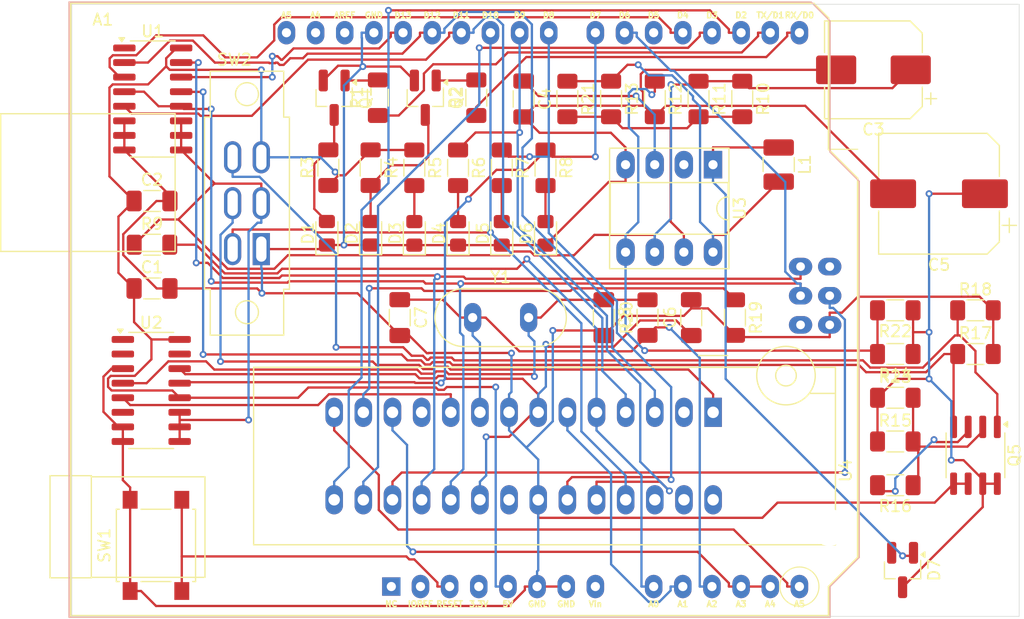
<source format=kicad_pcb>
(kicad_pcb (version 20240108) (generator "pcbnew") (generator_version "8.0")
  (layers (0 "F.Cu" signal) (31 "B.Cu" signal) (34 "B.Paste" user) (35 "F.Paste" user) (36 "B.SilkS" user "B.Silkscreen") (37 "F.SilkS" user "F.Silkscreen") (38 "B.Mask" user) (39 "F.Mask" user) (44 "Edge.Cuts" user))
  (net 0 "")
  (net 1 "+5V")
  (net 2 "GND")
  (net 3 "A")
  (net 4 "+12V")
  (net 5 "AVCC")
  (net 6 "XTAL1")
  (net 7 "D")
  (net 8 "Net-(D1-A)")
  (net 9 "Net-(D2-A)")
  (net 10 "Net-(D3-A)")
  (net 11 "Net-(D4-A)")
  (net 12 "Net-(D5-A)")
  (net 13 "Net-(D6-A)")
  (net 14 "Net-(D7-A)")
  (net 15 "Net-(Q1-B)")
  (net 16 "Net-(Q2-B)")
  (net 17 "B")
  (net 18 "TXD")
  (net 19 "RXD")
  (net 20 "TG D7")
  (net 21 "TG D6")
  (net 22 "TG VCC")
  (net 23 "#WR")
  (net 24 "Reset")
  (net 25 "TG-Reset")
  (net 26 "Reset{slash}BS2")
  (net 27 "SCK{slash}Burn Ctrl")
  (net 28 "MISO{slash}TG D4")
  (net 29 "SCK{slash}TG D5")
  (net 30 "TG D4")
  (net 31 "TG D3")
  (net 32 "MISO{slash}RDY#BSY")
  (net 33 "MOSI{slash}#OE")
  (net 34 "C")
  (net 35 "Net-(U3-TC)")
  (net 37 "TG D1")
  (net 38 "MOSI{slash}TG D3")
  (net 39 "TG D2")
  (net 40 "XA0")
  (net 41 "BS1")
  (net 42 "Net-(U3-DC)")
  (net 43 "Net-(Q5A-S)")
  (net 44 "Net-(Q5A-G)")
  (net 45 "TG D0")
  (net 46 "Net-(Q5B-1)")
  (net 47 "XA1")
  (net 50 "TG Reset")
  (net 52 "VCC")
  (net 54 "Net-(U3-Ipk)")
  (net 55 "Net-(U3-Vfb)")
  (net 56 "Net-(U4-PD7)")
  (footprint "My_Misc:Crystal_HC49-4H_Vertical_large" (layer "F.Cu") (at 138.43 112.395)
    (property "Reference" "Y1")
    (property "Value" "16MHz")
  )
  (footprint "Resistor_SMD:R_1206_3216Metric_Pad1.30x1.75mm_HandSolder" (layer "F.Cu") (at 182.245 111.76)
    (property "Reference" "R18")
    (property "Value" "100k")
  )
  (footprint "Capacitor_SMD:C_1206_3216Metric_Pad1.33x1.80mm_HandSolder" (layer "F.Cu") (at 157.48 112.395 90)
    (property "Reference" "C6")
    (property "Value" "0.1u")
  )
  (footprint "Resistor_SMD:R_1206_3216Metric_Pad1.30x1.75mm_HandSolder" (layer "F.Cu") (at 130.175 93.235 90)
    (property "Reference" "R1")
    (property "Value" "10k")
  )
  (footprint "LED_SMD:LED_0805_2012Metric_Pad1.15x1.40mm_HandSolder" (layer "F.Cu") (at 125.73 105.046 90)
    (property "Reference" "D1")
    (property "Value" "TX  Yellow")
  )
  (footprint "My_Misc:ZIF_DIP_Socket-28_W6.9_W7.62_W7.62_W12.7_W13.5_large" (layer "F.Cu") (at 159.385 120.65 -90)
    (property "Reference" "U4")
    (property "Value" "ATmega328P-PU")
  )
  (footprint "LED_SMD:LED_0805_2012Metric_Pad1.15x1.40mm_HandSolder" (layer "F.Cu") (at 140.97 105.055 90)
    (property "Reference" "D5")
    (property "Value" "ERR Red")
  )
  (footprint "Package_TO_SOT_SMD:SOT-23_Handsoldering" (layer "F.Cu") (at 175.895 134.39 -90)
    (property "Reference" "D7")
    (property "Value" "BAT54")
  )
  (footprint "Capacitor_SMD:C_1206_3216Metric_Pad1.33x1.80mm_HandSolder" (layer "F.Cu") (at 110.49 102.235)
    (property "Reference" "C2")
    (property "Value" "0.1u")
  )
  (footprint "Capacitor_SMD:C_1206_3216Metric_Pad1.33x1.80mm_HandSolder" (layer "F.Cu") (at 132.08 112.395 -90)
    (property "Reference" "C7")
    (property "Value" "22p")
  )
  (footprint "LED_SMD:LED_0805_2012Metric_Pad1.15x1.40mm_HandSolder" (layer "F.Cu") (at 129.54 105.046 90)
    (property "Reference" "D2")
    (property "Value" "RX  Yellow")
  )
  (footprint "Resistor_SMD:R_1206_3216Metric_Pad1.30x1.75mm_HandSolder" (layer "F.Cu") (at 175.26 127 180)
    (property "Reference" "R16")
    (property "Value" "3.3k")
  )
  (footprint "My_Arduino:Arduino_UNO_R3_shield_incl ICSP_headers_large" (layer "F.Cu") (at 169.545 113.03)
    (property "Reference" "A1")
    (property "Value" "Arduino_Uno_R3_Shield")
  )
  (footprint "Package_TO_SOT_SMD:SOT-23_Handsoldering" (layer "F.Cu") (at 126.365 93.235 -90)
    (property "Reference" "Q1")
    (property "Value" "MMBT3904")
  )
  (footprint "Resistor_SMD:R_1206_3216Metric_Pad1.30x1.75mm_HandSolder" (layer "F.Cu") (at 150.495 93.345 -90)
    (property "Reference" "R13")
    (property "Value" "220R")
  )
  (footprint "Capacitor_SMD:C_1206_3216Metric_Pad1.33x1.80mm_HandSolder" (layer "F.Cu") (at 149.86 112.395 -90)
    (property "Reference" "C8")
    (property "Value" "22p")
  )
  (footprint "Resistor_SMD:R_1206_3216Metric_Pad1.30x1.75mm_HandSolder" (layer "F.Cu") (at 175.26 111.76 180)
    (property "Reference" "R22")
    (property "Value" "470k")
  )
  (footprint "Package_SO:SOIC-8_3.9x4.9mm_P1.27mm" (layer "F.Cu") (at 182.245 124.395 -90)
    (property "Reference" "Q5")
    (property "Value" "IRF7389PbF")
  )
  (footprint "Resistor_SMD:R_1206_3216Metric_Pad1.30x1.75mm_HandSolder" (layer "F.Cu") (at 175.26 123.19)
    (property "Reference" "R15")
    (property "Value" "2k2")
  )
  (footprint "Resistor_SMD:R_1206_3216Metric_Pad1.30x1.75mm_HandSolder" (layer "F.Cu") (at 175.26 119.38)
    (property "Reference" "R23")
    (property "Value" "2k2")
  )
  (footprint "Resistor_SMD:R_1206_3216Metric_Pad1.30x1.75mm_HandSolder" (layer "F.Cu") (at 138.75 93.235 90)
    (property "Reference" "R2")
    (property "Value" "10k")
  )
  (footprint "My_Misc:DIP-8_W7.62mm_Socket_w_dip_packet_LongPads" (layer "F.Cu") (at 159.375 99.07 -90)
    (property "Reference" "U3")
    (property "Value" "MC34063AP")
  )
  (footprint "LED_SMD:LED_0805_2012Metric_Pad1.15x1.40mm_HandSolder" (layer "F.Cu") (at 137.16 105.055 90)
    (property "Reference" "D4")
    (property "Value" "HB Yellow")
  )
  (footprint "Resistor_SMD:R_1206_3216Metric_Pad1.30x1.75mm_HandSolder" (layer "F.Cu") (at 144.78 99.34 -90)
    (property "Reference" "R8")
    (property "Value" "1k")
  )
  (footprint "Resistor_SMD:R_1206_3216Metric_Pad1.30x1.75mm_HandSolder" (layer "F.Cu") (at 146.685 93.345 -90)
    (property "Reference" "R21")
    (property "Value" "2k2")
  )
  (footprint "Resistor_SMD:R_1206_3216Metric_Pad1.30x1.75mm_HandSolder" (layer "F.Cu") (at 129.54 99.331 -90)
    (property "Reference" "R4")
    (property "Value" "1k")
  )
  (footprint "Package_SO:SOIC-16_3.9x9.9mm_P1.27mm" (layer "F.Cu") (at 110.425 118.745)
    (property "Reference" "U2")
    (property "Value" "74HCT4053N")
  )
  (footprint "Resistor_SMD:R_1206_3216Metric_Pad1.30x1.75mm_HandSolder" (layer "F.Cu") (at 182.245 115.57)
    (property "Reference" "R17")
    (property "Value" "10k")
  )
  (footprint "Resistor_SMD:R_1206_3216Metric_Pad1.30x1.75mm_HandSolder" (layer "F.Cu") (at 125.857 99.331 90)
    (property "Reference" "R3")
    (property "Value" "1k")
  )
  (footprint "Package_TO_SOT_SMD:SOT-23_Handsoldering" (layer "F.Cu") (at 134.305 93.235 -90)
    (property "Reference" "Q2")
    (property "Value" "MMBT3904")
  )
  (footprint "My_Parts:Switch slide 2-pole on-on" (layer "F.Cu") (at 118.765 102.425)
    (property "Reference" "SW2")
    (property "Value" "SW_DPDT_x2")
  )
  (footprint "Resistor_SMD:R_1206_3216Metric_Pad1.30x1.75mm_HandSolder" (layer "F.Cu") (at 110.49 106.045)
    (property "Reference" "R9")
    (property "Value" "10k")
  )
  (footprint "Inductor_SMD:L_1210_3225Metric_Pad1.42x2.65mm_HandSolder" (layer "F.Cu") (at 165.1 99.06 -90)
    (property "Reference" "L1")
    (property "Value" "100u")
  )
  (footprint "Capacitor_SMD:CP_Elec_10x10" (layer "F.Cu") (at 179.07 101.6 180)
    (property "Reference" "C5")
    (property "Value" "330u")
  )
  (footprint "LED_SMD:LED_0805_2012Metric_Pad1.15x1.40mm_HandSolder" (layer "F.Cu") (at 144.78 105.055 90)
    (property "Reference" "D6")
    (property "Value" "PGM Green")
  )
  (footprint "Capacitor_SMD:C_1206_3216Metric_Pad1.33x1.80mm_HandSolder" (layer "F.Cu") (at 142.875 93.345 -90)
    (property "Reference" "C4")
    (property "Value" "680p")
  )
  (footprint "Resistor_SMD:R_1206_3216Metric_Pad1.30x1.75mm_HandSolder" (layer "F.Cu") (at 133.35 99.34 -90)
    (property "Reference" "R5")
    (property "Value" "1k")
  )
  (footprint "LED_SMD:LED_0805_2012Metric_Pad1.15x1.40mm_HandSolder" (layer "F.Cu") (at 133.35 105.055 90)
    (property "Reference" "D3")
    (property "Value" "PWR Green")
  )
  (footprint "Resistor_SMD:R_1206_3216Metric_Pad1.30x1.75mm_HandSolder" (layer "F.Cu") (at 161.925 93.345 -90)
    (property "Reference" "R10")
    (property "Value" "1R")
  )
  (footprint "Resistor_SMD:R_1206_3216Metric_Pad1.30x1.75mm_HandSolder" (layer "F.Cu") (at 158.115 93.345 -90)
    (property "Reference" "R11")
    (property "Value" "1R")
  )
  (footprint "Resistor_SMD:R_1206_3216Metric_Pad1.30x1.75mm_HandSolder" (layer "F.Cu") (at 153.67 112.395 90)
    (property "Reference" "R20")
    (property "Value" "1M")
  )
  (footprint "Resistor_SMD:R_1206_3216Metric_Pad1.30x1.75mm_HandSolder" (layer "F.Cu") (at 154.305 93.345 -90)
    (property "Reference" "R12")
    (property "Value" "15k")
  )
  (footprint "My_Parts:Switch tactile Omron B3S SMD" (layer "F.Cu") (at 110.835 132.245 90)
    (property "Reference" "SW1")
    (property "Value" "Reset")
  )
  (footprint "Resistor_SMD:R_1206_3216Metric_Pad1.30x1.75mm_HandSolder" (layer "F.Cu") (at 175.26 115.57 180)
    (property "Reference" "R14")
    (property "Value" "180k")
  )
  (footprint "Resistor_SMD:R_1206_3216Metric_Pad1.30x1.75mm_HandSolder" (layer "F.Cu") (at 140.97 99.34 -90)
    (property "Reference" "R7")
    (property "Value" "1k")
  )
  (footprint "Capacitor_SMD:CP_Elec_8x10" (layer "F.Cu") (at 173.355 90.805 180)
    (property "Reference" "C3")
    (property "Value" "100u")
  )
  (footprint "Capacitor_SMD:C_1206_3216Metric_Pad1.33x1.80mm_HandSolder" (layer "F.Cu") (at 110.49 109.855)
    (property "Reference" "C1")
    (property "Value" "0.1u")
  )
  (footprint "Resistor_SMD:R_1206_3216Metric_Pad1.30x1.75mm_HandSolder" (layer "F.Cu") (at 137.16 99.34 -90)
    (property "Reference" "R6")
    (property "Value" "1k")
  )
  (footprint "Package_SO:SOIC-16_3.9x9.9mm_P1.27mm" (layer "F.Cu") (at 110.555 93.345)
    (property "Reference" "U1")
    (property "Value" "74HCT4053N")
  )
  (footprint "Resistor_SMD:R_1206_3216Metric_Pad1.30x1.75mm_HandSolder" (layer "F.Cu") (at 161.29 112.395 -90)
    (property "Reference" "R19")
    (property "Value" "1k")
  )
  (gr_line (start 103.505 85.09) (end 186.055 85.09) (stroke (width 0.05)) (layer "Edge.Cuts"))
  (gr_line (start 186.055 85.09) (end 186.055 138.43) (stroke (width 0.05)) (layer "Edge.Cuts"))
  (gr_line (start 186.055 138.43) (end 103.505 138.43) (stroke (width 0.05)) (layer "Edge.Cuts"))
  (gr_line (start 103.505 138.43) (end 103.505 85.09) (stroke (width 0.05)) (layer "Edge.Cuts"))
  (segment (start 107.5669 108.4944) (end 108.9275 109.855) (width 0.2) (layer "F.Cu") (net 1))
  (segment (start 110.1498 92.075) (end 111.7265 90.4983) (width 0.2) (layer "F.Cu") (net 1))
  (segment (start 136.177 118.4452) (end 140.4413 118.4452) (width 0.2) (layer "F.Cu") (net 1))
  (segment (start 108.9275 102.235) (end 107.5669 103.5956) (width 0.2) (layer "F.Cu") (net 1))
  (segment (start 107.5669 103.5956) (end 107.5669 108.4944) (width 0.2) (layer "F.Cu") (net 1))
  (segment (start 120.015 90.8066) (end 112.0348 90.8066) (width 0.2) (layer "F.Cu") (net 1))
  (segment (start 129.54 97.79) (end 129.54 97.781) (width 0.2) (layer "F.Cu") (net 1))
  (segment (start 112.265 118.745) (end 112.9 119.38) (width 0.2) (layer "F.Cu") (net 1))
  (segment (start 106.7829 92.3577) (end 107.0656 92.075) (width 0.2) (layer "F.Cu") (net 1))
  (segment (start 106.6625 118.4372) (end 106.9703 118.745) (width 0.2) (layer "F.Cu") (net 1))
  (segment (start 108.9275 109.855) (end 108.9275 112.7871) (width 0.2) (layer "F.Cu") (net 1))
  (segment (start 107.0656 92.075) (end 110.1498 92.075) (width 0.2) (layer "F.Cu") (net 1))
  (segment (start 108.9915 117.4749) (end 106.8946 117.4749) (width 0.2) (layer "F.Cu") (net 1))
  (segment (start 127.3326 99.9974) (end 129.54 97.79) (width 0.2) (layer "F.Cu") (net 1))
  (segment (start 110.4404 116.026) (end 108.9915 117.4749) (width 0.2) (layer "F.Cu") (net 1))
  (segment (start 129.54 97.79) (end 133.35 97.79) (width 0.2) (layer "F.Cu") (net 1))
  (segment (start 123.2202 119.38) (end 124.112 118.4882) (width 0.2) (layer "F.Cu") (net 1))
  (segment (start 108.9275 112.7871) (end 110.4404 114.3) (width 0.2) (layer "F.Cu") (net 1))
  (segment (start 135.4357 118.6882) (end 135.934 118.6882) (width 0.2) (layer "F.Cu") (net 1))
  (segment (start 112.6236 88.9) (end 113.03 88.9) (width 0.2) (layer "F.Cu") (net 1))
  (segment (start 135.934 118.6882) (end 136.177 118.4452) (width 0.2) (layer "F.Cu") (net 1))
  (segment (start 106.7829 100.0904) (end 106.7829 92.3577) (width 0.2) (layer "F.Cu") (net 1))
  (segment (start 108.9275 102.235) (end 106.7829 100.0904) (width 0.2) (layer "F.Cu") (net 1))
  (segment (start 126.7407 99.9973) (end 125.857 100.881) (width 0.2) (layer "F.Cu") (net 1))
  (segment (start 110.4404 114.3) (end 110.4404 116.026) (width 0.2) (layer "F.Cu") (net 1))
  (segment (start 106.8946 117.4749) (end 106.6625 117.707) (width 0.2) (layer "F.Cu") (net 1))
  (segment (start 110.4404 114.3) (end 112.9 114.3) (width 0.2) (layer "F.Cu") (net 1))
  (segment (start 111.7265 89.7971) (end 112.6236 88.9) (width 0.2) (layer "F.Cu") (net 1))
  (segment (start 135.2357 118.4882) (end 135.4357 118.6882) (width 0.2) (layer "F.Cu") (net 1))
  (segment (start 106.9703 118.745) (end 112.265 118.745) (width 0.2) (layer "F.Cu") (net 1))
  (segment (start 112.0348 90.8066) (end 111.7265 90.4983) (width 0.2) (layer "F.Cu") (net 1))
  (segment (start 126.7407 99.9974) (end 127.3326 99.9974) (width 0.2) (layer "F.Cu") (net 1))
  (segment (start 124.112 118.4882) (end 135.2357 118.4882) (width 0.2) (layer "F.Cu") (net 1))
  (segment (start 112.9 119.38) (end 123.2202 119.38) (width 0.2) (layer "F.Cu") (net 1))
  (segment (start 126.7407 99.9973) (end 126.7407 99.9974) (width 0.2) (layer "F.Cu") (net 1))
  (segment (start 106.6625 117.707) (end 106.6625 118.4372) (width 0.2) (layer "F.Cu") (net 1))
  (segment (start 111.7265 90.4983) (end 111.7265 89.7971) (width 0.2) (layer "F.Cu") (net 1))
  (segment (start 126.7407 99.9973) (end 126.4506 99.7073) (width 0.2) (layer "F.Cu") (net 1))
  (via (at 140.4413 118.4452) (size 0.6) (drill 0.3) (layers "F.Cu" "B.Cu") (net 1))
  (via (at 126.4506 99.7073) (size 0.6) (drill 0.3) (layers "F.Cu" "B.Cu") (net 1))
  (via (at 120.015 90.8066) (size 0.6) (drill 0.3) (layers "F.Cu" "B.Cu") (net 1))
  (segment (start 120.015 90.8066) (end 120.015 98.425) (width 0.2) (layer "B.Cu") (net 1))
  (segment (start 120.015 98.425) (end 125.1683 98.425) (width 0.2) (layer "B.Cu") (net 1))
  (segment (start 125.1683 98.425) (end 126.4506 99.7073) (width 0.2) (layer "B.Cu") (net 1))
  (segment (start 141.505 135.83) (end 140.4413 135.83) (width 0.2) (layer "B.Cu") (net 1))
  (segment (start 140.4413 135.83) (end 140.4413 118.4452) (width 0.2) (layer "B.Cu") (net 1))
  (segment (start 107.95 126.5583) (end 107.95 123.19) (width 0.2) (layer "F.Cu") (net 2))
  (segment (start 108.585 127.1933) (end 107.95 126.5583) (width 0.2) (layer "F.Cu") (net 2))
  (segment (start 108.08 96.52) (end 108.08 95.25) (width 0.2) (layer "F.Cu") (net 2))
  (segment (start 110.8992 109.855) (end 112.0525 109.855) (width 0.2) (layer "F.Cu") (net 2))
  (segment (start 153.0827 92.5373) (end 153.2773 92.7319) (width 0.2) (layer "F.Cu") (net 2))
  (segment (start 180.34 126.87) (end 178.6917 128.5183) (width 0.2) (layer "F.Cu") (net 2))
  (segment (start 151.755 97.5683) (end 150.4764 96.2897) (width 0.2) (layer "F.Cu") (net 2))
  (segment (start 134.5869 115.4936) (end 134.4404 115.4936) (width 0.2) (layer "F.Cu") (net 2))
  (segment (start 126.7047 90.4453) (end 125.415 91.735) (width 0.2) (layer "F.Cu") (net 2))
  (segment (start 107.5716 121.92) (end 107.95 121.92) (width 0.2) (layer "F.Cu") (net 2))
  (segment (start 150.2883 100.5717) (end 151.755 100.5717) (width 0.2) (layer "F.Cu") (net 2))
  (segment (start 149.86 113.9575) (end 149.4205 113.518) (width 0.2) (layer "F.Cu") (net 2))
  (segment (start 169.545 114.0937) (end 161.4387 114.0937) (width 0.2) (layer "F.Cu") (net 2))
  (segment (start 132.9043 113.9575) (end 132.08 113.9575) (width 0.2) (layer "F.Cu") (net 2))
  (segment (start 120.015 106.425) (end 125.376 106.425) (width 0.2) (layer "F.Cu") (net 2))
  (segment (start 170.105 90.805) (end 153.4582 90.805) (width 0.2) (layer "F.Cu") (net 2))
  (segment (start 106.2608 120.6092) (end 107.5716 121.92) (width 0.2) (layer "F.Cu") (net 2))
  (segment (start 112.0525 102.235) (end 110.8787 102.235) (width 0.2) (layer "F.Cu") (net 2))
  (segment (start 128.7828 90.4453) (end 126.7047 90.4453) (width 0.2) (layer "F.Cu") (net 2))
  (segment (start 164.9982 128.5183) (end 163.6748 129.8417) (width 0.2) (layer "F.Cu") (net 2))
  (segment (start 183.795 115.57) (end 183.795 111.76) (width 0.2) (layer "F.Cu") (net 2))
  (segment (start 108.585 136.22) (end 108.585 128.27) (width 0.2) (layer "F.Cu") (net 2))
  (segment (start 141.7963 115.4763) (end 134.6042 115.4763) (width 0.2) (layer "F.Cu") (net 2))
  (segment (start 161.29 113.945) (end 158.941 111.596) (width 0.2) (layer "F.Cu") (net 2))
  (segment (start 110.8416 137.5249) (end 109.5367 136.22) (width 0.2) (layer "F.Cu") (net 2))
  (segment (start 108.585 128.27) (end 108.585 127.1933) (width 0.2) (layer "F.Cu") (net 2))
  (segment (start 163.6748 129.8417) (end 144.145 129.8417) (width 0.2) (layer "F.Cu") (net 2))
  (segment (start 146.585 135.83) (end 144.045 135.83) (width 0.2) (layer "F.Cu") (net 2))
  (segment (start 144.145 128.27) (end 144.145 129.8417) (width 0.2) (layer "F.Cu") (net 2))
  (segment (start 144.045 135.83) (end 142.9813 135.83) (width 0.2) (layer "F.Cu") (net 2))
  (segment (start 144.2572 96.2897) (end 142.875 94.9075) (width 0.2) (layer "F.Cu") (net 2))
  (segment (start 157.48 111.596) (end 157.48 110.8325) (width 0.2) (layer "F.Cu") (net 2))
  (segment (start 141.8136 115.4936) (end 141.7963 115.4763) (width 0.2) (layer "F.Cu") (net 2))
  (segment (start 167.4123 93.9423) (end 155.2577 93.9423) (width 0.2) (layer "F.Cu") (net 2))
  (segment (start 107.95 123.19) (end 107.95 121.92) (width 0.2) (layer "F.Cu") (net 2))
  (segment (start 129.54 106.071) (end 127.2154 106.071) (width 0.2) (layer "F.Cu") (net 2))
  (segment (start 153.3422 93.9322) (end 153.2773 93.9322) (width 0.2) (layer "F.Cu") (net 2))
  (segment (start 140.97 106.08) (end 137.16 106.08) (width 0.2) (layer "F.Cu") (net 2))
  (segment (start 175.07 101.6) (end 167.4123 93.9423) (width 0.2) (layer "F.Cu") (net 2))
  (segment (start 127.2154 106.071) (end 125.73 106.071) (width 0.2) (layer "F.Cu") (net 2))
  (segment (start 110.8787 102.235) (end 107.9852 105.1285) (width 0.2) (layer "F.Cu") (net 2))
  (segment (start 155.2577 93.9423) (end 154.305 94.895) (width 0.2) (layer "F.Cu") (net 2))
  (segment (start 158.941 111.596) (end 157.48 111.596) (width 0.2) (layer "F.Cu") (net 2))
  (segment (start 169.545 113.03) (end 169.545 114.0937) (width 0.2) (layer "F.Cu") (net 2))
  (segment (start 134.4404 115.4936) (end 132.9043 113.9575) (width 0.2) (layer "F.Cu") (net 2))
  (segment (start 133.355 91.735) (end 132.1422 90.5222) (width 0.2) (layer "F.Cu") (net 2))
  (segment (start 132.1422 90.5222) (end 128.8597 90.5222) (width 0.2) (layer "F.Cu") (net 2))
  (segment (start 154.305 94.895) (end 153.3422 93.9322) (width 0.2) (layer "F.Cu") (net 2))
  (segment (start 125.376 106.425) (end 125.73 106.071) (width 0.2) (layer "F.Cu") (net 2))
  (segment (start 132.08 113.9575) (end 128.3947 110.2722) (width 0.2) (layer "F.Cu") (net 2))
  (segment (start 144.78 106.08) (end 140.97 106.08) (width 0.2) (layer "F.Cu") (net 2))
  (segment (start 107.9852 105.1285) (end 107.9852 106.941) (width 0.2) (layer "F.Cu") (net 2))
  (segment (start 182.6116 110.5766) (end 171.9984 110.5766) (width 0.2) (layer "F.Cu") (net 2))
  (segment (start 151.755 99.07) (end 151.755 97.5683) (width 0.2) (layer "F.Cu") (net 2))
  (segment (start 153.4582 90.805) (end 153.0827 91.1805) (width 0.2) (layer "F.Cu") (net 2))
  (segment (start 156.8312 112.2448) (end 151.5727 112.2448) (width 0.2) (layer "F.Cu") (net 2))
  (segment (start 157.48 111.596) (end 156.8312 112.2448) (width 0.2) (layer "F.Cu") (net 2))
  (segment (start 112.0525 101.7625) (end 112.0525 102.235) (width 0.2) (layer "F.Cu") (net 2))
  (segment (start 128.3947 110.2722) (end 120.071 110.2722) (width 0.2) (layer "F.Cu") (net 2))
  (segment (start 181.61 126.87) (end 180.34 126.87) (width 0.2) (layer "F.Cu") (net 2))
  (segment (start 169.545 113.03) (end 169.545 111.9663) (width 0.2) (layer "F.Cu") (net 2))
  (segment (start 183.795 111.76) (end 182.6116 110.5766) (width 0.2) (layer "F.Cu") (net 2))
  (segment (start 107.95 116.84) (end 106.9615 116.84) (width 0.2) (layer "F.Cu") (net 2))
  (segment (start 151.755 99.07) (end 151.755 100.5717) (width 0.2) (layer "F.Cu") (net 2))
  (segment (start 153.2773 93.9322) (end 143.8503 93.9322) (width 0.2) (layer "F.Cu") (net 2))
  (segment (start 178.6917 128.5183) (end 164.9982 128.5183) (width 0.2) (layer "F.Cu") (net 2))
  (segment (start 142.9813 136.1292) (end 141.5856 137.5249) (width 0.2) (layer "F.Cu") (net 2))
  (segment (start 108.585 136.22) (end 109.5367 136.22) (width 0.2) (layer "F.Cu") (net 2))
  (segment (start 108.08 97.79) (end 112.0525 101.7625) (width 0.2) (layer "F.Cu") (net 2))
  (segment (start 144.78 106.08) (end 150.2883 100.5717) (width 0.2) (layer "F.Cu") (net 2))
  (segment (start 106.2608 117.5407) (end 106.2608 120.6092) (width 0.2) (layer "F.Cu") (net 2))
  (segment (start 128.8597 90.5222) (end 128.7828 90.4453) (width 0.2) (layer "F.Cu") (net 2))
  (segment (start 129.549 106.08) (end 129.54 106.071) (width 0.2) (layer "F.Cu") (net 2))
  (segment (start 142.9813 135.83) (end 142.9813 136.1292) (width 0.2) (layer "F.Cu") (net 2))
  (segment (start 108.08 97.79) (end 108.08 96.52) (width 0.2) (layer "F.Cu") (net 2))
  (segment (start 171.9984 110.5766) (end 170.6087 111.9663) (width 0.2) (layer "F.Cu") (net 2))
  (segment (start 133.35 106.08) (end 129.549 106.08) (width 0.2) (layer "F.Cu") (net 2))
  (segment (start 149.4205 113.518) (end 145.415 113.518) (width 0.2) (layer "F.Cu") (net 2))
  (segment (start 133.35 106.08) (end 137.16 106.08) (width 0.2) (layer "F.Cu") (net 2))
  (segment (start 134.6042 115.4763) (end 134.5869 115.4936) (width 0.2) (layer "F.Cu") (net 2))
  (segment (start 170.6087 111.9663) (end 169.545 111.9663) (width 0.2) (layer "F.Cu") (net 2))
  (segment (start 153.2773 92.7319) (end 153.2773 93.9322) (width 0.2) (layer "F.Cu") (net 2))
  (segment (start 143.8503 93.9322) (end 142.875 94.9075) (width 0.2) (layer "F.Cu") (net 2))
  (segment (start 153.0827 91.1805) (end 153.0827 92.5373) (width 0.2) (layer "F.Cu") (net 2))
  (segment (start 141.5856 137.5249) (end 110.8416 137.5249) (width 0.2) (layer "F.Cu") (net 2))
  (segment (start 151.5727 112.2448) (end 149.86 113.9575) (width 0.2) (layer "F.Cu") (net 2))
  (segment (start 107.9852 106.941) (end 110.8992 109.855) (width 0.2) (layer "F.Cu") (net 2))
  (segment (start 120.071 110.2722) (end 119.6538 109.855) (width 0.2) (layer "F.Cu") (net 2))
  (segment (start 150.4764 96.2897) (end 144.2572 96.2897) (width 0.2) (layer "F.Cu") (net 2))
  (segment (start 119.6538 109.855) (end 112.0525 109.855) (width 0.2) (layer "F.Cu") (net 2))
  (segment (start 106.9615 116.84) (end 106.2608 117.5407) (width 0.2) (layer "F.Cu") (net 2))
  (segment (start 161.4387 114.0937) (end 161.29 113.945) (width 0.2) (layer "F.Cu") (net 2))
  (via (at 120.071 110.2722) (size 0.6) (drill 0.3) (layers "F.Cu" "B.Cu") (net 2))
  (via (at 127.2154 106.071) (size 0.6) (drill 0.3) (layers "F.Cu" "B.Cu") (net 2))
  (via (at 141.8136 115.4936) (size 0.6) (drill 0.3) (layers "F.Cu" "B.Cu") (net 2))
  (via (at 145.415 113.518) (size 0.6) (drill 0.3) (layers "F.Cu" "B.Cu") (net 2))
  (via (at 128.8597 90.5222) (size 0.6) (drill 0.3) (layers "F.Cu" "B.Cu") (net 2))
  (segment (start 128.8597 90.5222) (end 127.2154 92.1665) (width 0.2) (layer "B.Cu") (net 2))
  (segment (start 120.071 108.1827) (end 120.071 110.2722) (width 0.2) (layer "B.Cu") (net 2))
  (segment (start 144.045 135.83) (end 144.045 134.5123) (width 0.2) (layer "B.Cu") (net 2))
  (segment (start 145.415 121.4279) (end 145.415 113.518) (width 0.2) (layer "B.Cu") (net 2))
  (segment (start 141.8136 118.8697) (end 141.8136 115.4936) (width 0.2) (layer "B.Cu") (net 2))
  (segment (start 129.825 87.57) (end 128.7613 87.57) (width 0.2) (layer "B.Cu") (net 2))
  (segment (start 141.605 120.65) (end 141.605 122.2217) (width 0.2) (layer "B.Cu") (net 2))
  (segment (start 120.015 108.1267) (end 120.071 108.1827) (width 0.2) (layer "B.Cu") (net 2))
  (segment (start 120.015 106.425) (end 120.015 108.1267) (width 0.2) (layer "B.Cu") (net 2))
  (segment (start 128.7832 90.4457) (end 128.7832 88.0147) (width 0.2) (layer "B.Cu") (net 2))
  (segment (start 128.7628 87.5716) (end 128.7613 87.5701) (width 0.2) (layer "B.Cu") (net 2))
  (segment (start 128.7628 87.9943) (end 128.7628 87.5716) (width 0.2) (layer "B.Cu") (net 2))
  (segment (start 143.1131 123.7298) (end 141.605 122.2217) (width 0.2) (layer "B.Cu") (net 2))
  (segment (start 128.7832 88.0147) (end 128.7628 87.9943) (width 0.2) (layer "B.Cu") (net 2))
  (segment (start 127.2154 92.1665) (end 127.2154 106.071) (width 0.2) (layer "B.Cu") (net 2))
  (segment (start 144.045 134.5123) (end 144.145 134.4123) (width 0.2) (layer "B.Cu") (net 2))
  (segment (start 144.145 124.7617) (end 143.1131 123.7298) (width 0.2) (layer "B.Cu") (net 2))
  (segment (start 128.7613 87.5701) (end 128.7613 87.57) (width 0.2) (layer "B.Cu") (net 2))
  (segment (start 144.145 134.4123) (end 144.145 128.27) (width 0.2) (layer "B.Cu") (net 2))
  (segment (start 143.1131 123.7298) (end 145.415 121.4279) (width 0.2) (layer "B.Cu") (net 2))
  (segment (start 128.8597 90.5222) (end 128.7832 90.4457) (width 0.2) (layer "B.Cu") (net 2))
  (segment (start 141.605 120.65) (end 141.605 119.0783) (width 0.2) (layer "B.Cu") (net 2))
  (segment (start 144.145 128.27) (end 144.145 124.7617) (width 0.2) (layer "B.Cu") (net 2))
  (segment (start 141.605 119.0783) (end 141.8136 118.8697) (width 0.2) (layer "B.Cu") (net 2))
  (segment (start 112.9 120.65) (end 112.9 121.3147) (width 0.2) (layer "F.Cu") (net 3))
  (segment (start 115.9633 100.7233) (end 115.9371 100.6971) (width 0.2) (layer "F.Cu") (net 3))
  (segment (start 154.295 105.1883) (end 149.0364 105.1883) (width 0.2) (layer "F.Cu") (net 3))
  (segment (start 120.015 102.425) (end 120.015 100.7233) (width 0.2) (layer "F.Cu") (net 3))
  (segment (start 155.7147 92.0915) (end 157.8185 92.0915) (width 0.2) (layer "F.Cu") (net 3))
  (segment (start 112.9 121.3147) (end 112.9 121.92) (width 0.2) (layer "F.Cu") (net 3))
  (segment (start 122.3363 106.9577) (end 121.1527 108.1413) (width 0.2) (layer "F.Cu") (net 3))
  (segment (start 154.295 106.69) (end 154.295 105.1883) (width 0.2) (layer "F.Cu") (net 3))
  (segment (start 175.0107 92.3993) (end 162.5293 92.3993) (width 0.2) (layer "F.Cu") (net 3))
  (segment (start 143.8018 106.9675) (end 143.469 106.6347) (width 0.2) (layer "F.Cu") (net 3))
  (segment (start 112.7867 103.8475) (end 115.9371 100.6971) (width 0.2) (layer "F.Cu") (net 3))
  (segment (start 157.8185 92.0915) (end 158.115 91.795) (width 0.2) (layer "F.Cu") (net 3))
  (segment (start 176.605 90.805) (end 175.0107 92.3993) (width 0.2) (layer "F.Cu") (net 3))
  (segment (start 112.9 121.92) (end 112.9 123.19) (width 0.2) (layer "F.Cu") (net 3))
  (segment (start 113.03 96.52) (end 113.03 97.79) (width 0.2) (layer "F.Cu") (net 3))
  (segment (start 147.2572 106.9675) (end 143.8018 106.9675) (width 0.2) (layer "F.Cu") (net 3))
  (segment (start 149.0364 105.1883) (end 147.2572 106.9675) (width 0.2) (layer "F.Cu") (net 3))
  (segment (start 117.0805 108.1413) (end 112.7867 103.8475) (width 0.2) (layer "F.Cu") (net 3))
  (segment (start 113.03 95.25) (end 113.03 96.52) (width 0.2) (layer "F.Cu") (net 3))
  (segment (start 141.6488 106.9577) (end 122.3363 106.9577) (width 0.2) (layer "F.Cu") (net 3))
  (segment (start 141.9718 106.6347) (end 141.6488 106.9577) (width 0.2) (layer "F.Cu") (net 3))
  (segment (start 143.469 106.6347) (end 141.9718 106.6347) (width 0.2) (layer "F.Cu") (net 3))
  (segment (start 120.015 100.7233) (end 115.9633 100.7233) (width 0.2) (layer "F.Cu") (net 3))
  (segment (start 158.115 91.795) (end 161.925 91.795) (width 0.2) (layer "F.Cu") (net 3))
  (segment (start 112.9 121.3147) (end 118.9045 121.3147) (width 0.2) (layer "F.Cu") (net 3))
  (segment (start 112.7867 103.8475) (end 111.1375 103.8475) (width 0.2) (layer "F.Cu") (net 3))
  (segment (start 115.9371 100.6971) (end 113.03 97.79) (width 0.2) (layer "F.Cu") (net 3))
  (segment (start 121.1527 108.1413) (end 117.0805 108.1413) (width 0.2) (layer "F.Cu") (net 3))
  (segment (start 111.1375 103.8475) (end 108.94 106.045) (width 0.2) (layer "F.Cu") (net 3))
  (segment (start 162.5293 92.3993) (end 161.925 91.795) (width 0.2) (layer "F.Cu") (net 3))
  (via (at 155.7147 92.0915) (size 0.6) (drill 0.3) (layers "F.Cu" "B.Cu") (net 3))
  (via (at 118.9045 121.3147) (size 0.6) (drill 0.3) (layers "F.Cu" "B.Cu") (net 3))
  (segment (start 120.015 102.425) (end 120.015 104.1267) (width 0.2) (layer "B.Cu") (net 3))
  (segment (start 119.688 104.1267) (end 120.015 104.1267) (width 0.2) (layer "B.Cu") (net 3))
  (segment (start 155.7147 103.7686) (end 154.295 105.1883) (width 0.2) (layer "B.Cu") (net 3))
  (segment (start 155.7147 92.0915) (end 155.7147 103.7686) (width 0.2) (layer "B.Cu") (net 3))
  (segment (start 118.9045 121.3147) (end 118.9045 104.9102) (width 0.2) (layer "B.Cu") (net 3))
  (segment (start 154.295 106.69) (end 154.295 105.1883) (width 0.2) (layer "B.Cu") (net 3))
  (segment (start 118.9045 104.9102) (end 119.688 104.1267) (width 0.2) (layer "B.Cu") (net 3))
  (segment (start 175.895 135.89) (end 182.88 128.905) (width 0.2) (layer "F.Cu") (net 4))
  (segment (start 175.3532 117.7368) (end 173.71 119.38) (width 0.2) (layer "F.Cu") (net 4))
  (segment (start 178.2035 117.7368) (end 175.3532 117.7368) (width 0.2) (layer "F.Cu") (net 4))
  (segment (start 176.81 111.76) (end 176.81 113.665) (width 0.2) (layer "F.Cu") (net 4))
  (segment (start 181.2031 124.8178) (end 182.88 126.4947) (width 0.2) (layer "F.Cu") (net 4))
  (segment (start 173.71 123.19) (end 173.71 119.38) (width 0.2) (layer "F.Cu") (net 4))
  (segment (start 180.1424 124.8178) (end 181.2031 124.8178) (width 0.2) (layer "F.Cu") (net 4))
  (segment (start 183.07 101.6) (end 178.2035 101.6) (width 0.2) (layer "F.Cu") (net 4))
  (segment (start 184.15 126.87) (end 182.88 126.87) (width 0.2) (layer "F.Cu") (net 4))
  (segment (start 182.88 126.4947) (end 182.88 126.87) (width 0.2) (layer "F.Cu") (net 4))
  (segment (start 176.81 113.665) (end 178.2035 113.665) (width 0.2) (layer "F.Cu") (net 4))
  (segment (start 182.88 128.905) (end 182.88 126.87) (width 0.2) (layer "F.Cu") (net 4))
  (segment (start 176.81 113.665) (end 176.81 115.57) (width 0.2) (layer "F.Cu") (net 4))
  (via (at 178.2035 113.665) (size 0.6) (drill 0.3) (layers "F.Cu" "B.Cu") (net 4))
  (via (at 180.1424 124.8178) (size 0.6) (drill 0.3) (layers "F.Cu" "B.Cu") (net 4))
  (via (at 178.2035 117.7368) (size 0.6) (drill 0.3) (layers "F.Cu" "B.Cu") (net 4))
  (via (at 178.2035 101.6) (size 0.6) (drill 0.3) (layers "F.Cu" "B.Cu") (net 4))
  (segment (start 180.1424 119.6757) (end 180.1424 124.8178) (width 0.2) (layer "B.Cu") (net 4))
  (segment (start 178.2035 117.7368) (end 180.1424 119.6757) (width 0.2) (layer "B.Cu") (net 4))
  (segment (start 178.2035 113.665) (end 178.2035 101.6) (width 0.2) (layer "B.Cu") (net 4))
  (segment (start 178.2035 113.665) (end 178.2035 117.7368) (width 0.2) (layer "B.Cu") (net 4))
  (segment (start 156.169 112.6465) (end 153.015 112.6465) (width 0.2) (layer "F.Cu") (net 5))
  (segment (start 135.4357 117.4848) (end 135.2357 117.6848) (width 0.2) (layer "F.Cu") (net 5))
  (segment (start 145.0246 114.9319) (end 144.8113 114.7186) (width 0.2) (layer "F.Cu") (net 5))
  (segment (start 135.934 117.4848) (end 135.4357 117.4848) (width 0.2) (layer "F.Cu") (net 5))
  (segment (start 144.145 120.65) (end 144.145 120.2435) (width 0.2) (layer "F.Cu") (net 5))
  (segment (start 133.7915 117.6848) (end 133.4329 117.3262) (width 0.2) (layer "F.Cu") (net 5))
  (segment (start 144.145 119.0783) (end 142.7945 117.7278) (width 0.2) (layer "F.Cu") (net 5))
  (segment (start 113.3862 117.3262) (end 112.9 116.84) (width 0.2) (layer "F.Cu") (net 5))
  (segment (start 153.015 112.6465) (end 150.7296 114.9319) (width 0.2) (layer "F.Cu") (net 5))
  (segment (start 142.7945 117.7278) (end 136.177 117.7278) (width 0.2) (layer "F.Cu") (net 5))
  (segment (start 150.7296 114.9319) (end 145.0246 114.9319) (width 0.2) (layer "F.Cu") (net 5))
  (segment (start 157.48 113.9575) (end 156.169 112.6465) (width 0.2) (layer "F.Cu") (net 5))
  (segment (start 133.4329 117.3262) (end 113.3862 117.3262) (width 0.2) (layer "F.Cu") (net 5))
  (segment (start 144.145 120.2435) (end 141.6014 122.7871) (width 0.2) (layer "F.Cu") (net 5))
  (segment (start 136.177 117.7278) (end 135.934 117.4848) (width 0.2) (layer "F.Cu") (net 5))
  (segment (start 144.145 120.2435) (end 144.145 119.0783) (width 0.2) (layer "F.Cu") (net 5))
  (segment (start 141.6014 122.7871) (end 139.6056 122.7871) (width 0.2) (layer "F.Cu") (net 5))
  (segment (start 135.2357 117.6848) (end 133.7915 117.6848) (width 0.2) (layer "F.Cu") (net 5))
  (via (at 144.8113 114.7186) (size 0.6) (drill 0.3) (layers "F.Cu" "B.Cu") (net 5))
  (via (at 139.6056 122.7871) (size 0.6) (drill 0.3) (layers "F.Cu" "B.Cu") (net 5))
  (segment (start 144.145 119.0783) (end 144.8113 118.412) (width 0.2) (layer "B.Cu") (net 5))
  (segment (start 139.6056 126.1577) (end 139.6056 122.7871) (width 0.2) (layer "B.Cu") (net 5))
  (segment (start 144.145 120.65) (end 144.145 119.0783) (width 0.2) (layer "B.Cu") (net 5))
  (segment (start 139.065 128.27) (end 139.065 126.6983) (width 0.2) (layer "B.Cu") (net 5))
  (segment (start 144.8113 118.412) (end 144.8113 114.7186) (width 0.2) (layer "B.Cu") (net 5))
  (segment (start 139.065 126.6983) (end 139.6056 126.1577) (width 0.2) (layer "B.Cu") (net 5))
  (segment (start 153.67 113.945) (end 154.3667 113.2483) (width 0.2) (layer "F.Cu") (net 6))
  (segment (start 135.8158 110.8325) (end 137.3783 112.395) (width 0.2) (layer "F.Cu") (net 6))
  (segment (start 154.3667 113.2483) (end 155.5609 113.2483) (width 0.2) (layer "F.Cu") (net 6))
  (segment (start 139.5659 112.395) (end 139.4817 112.395) (width 0.2) (layer "F.Cu") (net 6))
  (segment (start 138.43 112.395) (end 139.4817 112.395) (width 0.2) (layer "F.Cu") (net 6))
  (segment (start 153.67 113.945) (end 152.2814 115.3336) (width 0.2) (layer "F.Cu") (net 6))
  (segment (start 138.43 112.395) (end 137.3783 112.395) (width 0.2) (layer "F.Cu") (net 6))
  (segment (start 132.08 110.8325) (end 135.8158 110.8325) (width 0.2) (layer "F.Cu") (net 6))
  (segment (start 142.5045 115.3336) (end 139.5659 112.395) (width 0.2) (layer "F.Cu") (net 6))
  (segment (start 152.2814 115.3336) (end 142.5045 115.3336) (width 0.2) (layer "F.Cu") (net 6))
  (via (at 155.5609 113.2483) (size 0.6) (drill 0.3) (layers "F.Cu" "B.Cu") (net 6))
  (segment (start 158.2213 135.83) (end 158.2213 115.9087) (width 0.2) (layer "B.Cu") (net 6))
  (segment (start 158.2213 115.9087) (end 155.5609 113.2483) (width 0.2) (layer "B.Cu") (net 6))
  (segment (start 139.065 120.65) (end 139.065 114.6017) (width 0.2) (layer "B.Cu") (net 6))
  (segment (start 138.43 112.395) (end 138.43 113.9667) (width 0.2) (layer "B.Cu") (net 6))
  (segment (start 159.285 135.83) (end 158.2213 135.83) (width 0.2) (layer "B.Cu") (net 6))
  (segment (start 139.065 114.6017) (end 138.43 113.9667) (width 0.2) (layer "B.Cu") (net 6))
  (segment (start 150.6432 110.845) (end 149.8725 110.845) (width 0.2) (layer "F.Cu") (net 7))
  (segment (start 145.9117 110.845) (end 144.3617 112.395) (width 0.2) (layer "F.Cu") (net 7))
  (segment (start 115.9183 116.9244) (end 115.2017 116.2078) (width 0.2) (layer "F.Cu") (net 7))
  (segment (start 143.8359 112.395) (end 143.31 112.395) (width 0.2) (layer "F.Cu") (net 7))
  (segment (start 133.5992 116.9244) (end 115.9183 116.9244) (width 0.2) (layer "F.Cu") (net 7))
  (segment (start 143.814 117.5262) (end 143.6139 117.3261) (width 0.2) (layer "F.Cu") (net 7))
  (segment (start 135.2694 117.0831) (end 135.0694 117.2831) (width 0.2) (layer "F.Cu") (net 7))
  (segment (start 143.6139 117.3261) (end 136.3433 117.3261) (width 0.2) (layer "F.Cu") (net 7))
  (segment (start 153.67 110.845) (end 150.6432 110.845) (width 0.2) (layer "F.Cu") (net 7))
  (segment (start 136.3433 117.3261) (end 136.1003 117.0831) (width 0.2) (layer "F.Cu") (net 7))
  (segment (start 135.0694 117.2831) (end 133.9579 117.2831) (width 0.2) (layer "F.Cu") (net 7))
  (segment (start 143.8359 112.395) (end 144.3617 112.395) (width 0.2) (layer "F.Cu") (net 7))
  (segment (start 136.1003 117.0831) (end 135.2694 117.0831) (width 0.2) (layer "F.Cu") (net 7))
  (segment (start 110.0153 118.11) (end 107.95 118.11) (width 0.2) (layer "F.Cu") (net 7))
  (segment (start 115.2017 116.2078) (end 111.9175 116.2078) (width 0.2) (layer "F.Cu") (net 7))
  (segment (start 111.9175 116.2078) (end 110.0153 118.11) (width 0.2) (layer "F.Cu") (net 7))
  (segment (start 150.6432 110.845) (end 145.9117 110.845) (width 0.2) (layer "F.Cu") (net 7))
  (segment (start 133.9579 117.2831) (end 133.5992 116.9244) (width 0.2) (layer "F.Cu") (net 7))
  (segment (start 149.8725 110.845) (end 149.86 110.8325) (width 0.2) (layer "F.Cu") (net 7))
  (via (at 143.814 117.5262) (size 0.6) (drill 0.3) (layers "F.Cu" "B.Cu") (net 7))
  (segment (start 143.31 112.395) (end 143.31 113.9667) (width 0.2) (layer "B.Cu") (net 7))
  (segment (start 143.814 114.4707) (end 143.814 117.5262) (width 0.2) (layer "B.Cu") (net 7))
  (segment (start 143.31 113.9667) (end 143.814 114.4707) (width 0.2) (layer "B.Cu") (net 7))
  (segment (start 125.857 97.781) (end 124.6318 99.0062) (width 0.2) (layer "F.Cu") (net 8))
  (segment (start 124.6318 102.9228) (end 125.73 104.021) (width 0.2) (layer "F.Cu") (net 8))
  (segment (start 124.6318 99.0062) (end 124.6318 102.9228) (width 0.2) (layer "F.Cu") (net 8))
  (segment (start 126.365 97.273) (end 125.857 97.781) (width 0.2) (layer "F.Cu") (net 8))
  (segment (start 126.365 94.735) (end 126.365 97.273) (width 0.2) (layer "F.Cu") (net 8))
  (segment (start 134.5684 98.3794) (end 133.8281 99.1197) (width 0.2) (layer "F.Cu") (net 9))
  (segment (start 133.8281 99.1197) (end 131.3013 99.1197) (width 0.2) (layer "F.Cu") (net 9))
  (segment (start 134.5684 94.9984) (end 134.5684 98.3794) (width 0.2) (layer "F.Cu") (net 9))
  (segment (start 134.305 94.735) (end 134.5684 94.9984) (width 0.2) (layer "F.Cu") (net 9))
  (segment (start 131.3013 99.1197) (end 129.54 100.881) (width 0.2) (layer "F.Cu") (net 9))
  (segment (start 129.54 100.881) (end 129.54 104.021) (width 0.2) (layer "F.Cu") (net 9))
  (segment (start 133.35 100.89) (end 133.35 104.03) (width 0.2) (layer "F.Cu") (net 10))
  (segment (start 137.16 100.89) (end 137.16 104.03) (width 0.2) (layer "F.Cu") (net 11))
  (segment (start 140.97 100.89) (end 140.97 104.03) (width 0.2) (layer "F.Cu") (net 12))
  (segment (start 144.78 104.03) (end 144.78 100.89) (width 0.2) (layer "F.Cu") (net 13))
  (segment (start 159.375 99.07) (end 159.375 97.5683) (width 0.2) (layer "F.Cu") (net 14))
  (segment (start 165.0958 97.5683) (end 159.375 97.5683) (width 0.2) (layer "F.Cu") (net 14))
  (segment (start 165.1 97.5725) (end 165.0958 97.5683) (width 0.2) (layer "F.Cu") (net 14))
  (segment (start 175.895 133.1521) (end 176.5829 133.1521) (width 0.2) (layer "F.Cu") (net 14))
  (segment (start 176.5829 133.1521) (end 176.845 132.89) (width 0.2) (layer "F.Cu") (net 14))
  (via (at 175.895 133.1521) (size 0.6) (drill 0.3) (layers "F.Cu" "B.Cu") (net 14))
  (segment (start 160.4767 101.6734) (end 160.4767 117.7338) (width 0.2) (layer "B.Cu") (net 14))
  (segment (start 160.4767 117.7338) (end 175.895 133.1521) (width 0.2) (layer "B.Cu") (net 14))
  (segment (start 159.375 99.07) (end 159.375 100.5717) (width 0.2) (layer "B.Cu") (net 14))
  (segment (start 159.375 100.5717) (end 160.4767 101.6734) (width 0.2) (layer "B.Cu") (net 14))
  (segment (start 130.125 91.735) (end 130.175 91.685) (width 0.2) (layer "F.Cu") (net 15))
  (segment (start 127.315 91.735) (end 130.125 91.735) (width 0.2) (layer "F.Cu") (net 15))
  (segment (start 135.255 91.735) (end 138.7 91.735) (width 0.2) (layer "F.Cu") (net 16))
  (segment (start 138.7 91.735) (end 138.75 91.685) (width 0.2) (layer "F.Cu") (net 16))
  (segment (start 180.695 115.57) (end 179.5195 115.57) (width 0.2) (layer "F.Cu") (net 17))
  (segment (start 132.7548 116.121) (end 132.2398 115.606) (width 0.2) (layer "F.Cu") (net 17))
  (segment (start 113.0462 92.7262) (end 114.9456 92.7262) (width 0.2) (layer "F.Cu") (net 17))
  (segment (start 179.5195 115.57) (end 177.9367 117.1528) (width 0.2) (layer "F.Cu") (net 17))
  (segment (start 132.2398 115.606) (end 114.9456 115.606) (width 0.2) (layer "F.Cu") (net 17))
  (segment (start 180.34 115.925) (end 180.695 115.57) (width 0.2) (layer "F.Cu") (net 17))
  (segment (start 180.34 121.92) (end 180.34 115.925) (width 0.2) (layer "F.Cu") (net 17))
  (segment (start 172.7192 117.1528) (end 172.0891 116.5227) (width 0.2) (layer "F.Cu") (net 17))
  (segment (start 136.6759 116.5227) (end 136.4329 116.2797) (width 0.2) (layer "F.Cu") (net 17))
  (segment (start 134.9368 116.2797) (end 134.7368 116.4797) (width 0.2) (layer "F.Cu") (net 17))
  (segment (start 113.03 92.71) (end 113.0462 92.7262) (width 0.2) (layer "F.Cu") (net 17))
  (segment (start 134.7368 116.4797) (end 134.2905 116.4797) (width 0.2) (layer "F.Cu") (net 17))
  (segment (start 172.0891 116.5227) (end 136.6759 116.5227) (width 0.2) (layer "F.Cu") (net 17))
  (segment (start 134.2905 116.4797) (end 133.9318 116.121) (width 0.2) (layer "F.Cu") (net 17))
  (segment (start 133.9318 116.121) (end 132.7548 116.121) (width 0.2) (layer "F.Cu") (net 17))
  (segment (start 177.9367 117.1528) (end 172.7192 117.1528) (width 0.2) (layer "F.Cu") (net 17))
  (segment (start 136.4329 116.2797) (end 134.9368 116.2797) (width 0.2) (layer "F.Cu") (net 17))
  (via (at 114.9456 92.7262) (size 0.6) (drill 0.3) (layers "F.Cu" "B.Cu") (net 17))
  (via (at 114.9456 115.606) (size 0.6) (drill 0.3) (layers "F.Cu" "B.Cu") (net 17))
  (segment (start 114.9456 92.7262) (end 114.9456 115.606) (width 0.2) (layer "B.Cu") (net 17))
  (segment (start 134.1841 91.1308) (end 134.1841 92.59) (width 0.2) (layer "F.Cu") (net 18))
  (segment (start 163.3013 87.8693) (end 161.881 89.2896) (width 0.2) (layer "F.Cu") (net 18))
  (segment (start 163.3013 87.57) (end 163.3013 87.8693) (width 0.2) (layer "F.Cu") (net 18))
  (segment (start 134.9942 90.3207) (end 134.1841 91.1308) (width 0.2) (layer "F.Cu") (net 18))
  (segment (start 140.4579 90.3207) (end 134.9942 90.3207) (width 0.2) (layer "F.Cu") (net 18))
  (segment (start 131.9891 94.785) (end 130.175 94.785) (width 0.2) (layer "F.Cu") (net 18))
  (segment (start 164.365 87.57) (end 163.3013 87.57) (width 0.2) (layer "F.Cu") (net 18))
  (segment (start 141.489 89.2896) (end 140.4579 90.3207) (width 0.2) (layer "F.Cu") (net 18))
  (segment (start 161.881 89.2896) (end 141.489 89.2896) (width 0.2) (layer "F.Cu") (net 18))
  (segment (start 134.1841 92.59) (end 131.9891 94.785) (width 0.2) (layer "F.Cu") (net 18))
  (segment (start 165.8413 87.8692) (end 165.8413 87.57) (width 0.2) (layer "F.Cu") (net 19))
  (segment (start 164.0192 89.6913) (end 165.8413 87.8692) (width 0.2) (layer "F.Cu") (net 19))
  (segment (start 138.75 94.0466) (end 143.1053 89.6913) (width 0.2) (layer "F.Cu") (net 19))
  (segment (start 166.905 87.57) (end 165.8413 87.57) (width 0.2) (layer "F.Cu") (net 19))
  (segment (start 143.1053 89.6913) (end 164.0192 89.6913) (width 0.2) (layer "F.Cu") (net 19))
  (segment (start 138.75 94.785) (end 138.75 94.0466) (width 0.2) (layer "F.Cu") (net 19))
  (segment (start 137.16 97.79) (end 138.6851 96.2649) (width 0.2) (layer "F.Cu") (net 20))
  (segment (start 138.6851 96.2649) (end 142.525 96.2649) (width 0.2) (layer "F.Cu") (net 20))
  (segment (start 154.7782 126.6983) (end 149.225 126.6983) (width 0.2) (layer "F.Cu") (net 20))
  (segment (start 155.575 127.4951) (end 154.7782 126.6983) (width 0.2) (layer "F.Cu") (net 20))
  (segment (start 149.225 128.27) (end 149.225 126.6983) (width 0.2) (layer "F.Cu") (net 20))
  (via (at 155.575 127.4951) (size 0.6) (drill 0.3) (layers "F.Cu" "B.Cu") (net 20))
  (via (at 142.525 96.2649) (size 0.6) (drill 0.3) (layers "F.Cu" "B.Cu") (net 20))
  (segment (start 150.132 112.2334) (end 150.132 115.2459) (width 0.2) (layer "B.Cu") (net 20))
  (segment (start 153.035 118.1489) (end 153.035 124.9551) (width 0.2) (layer "B.Cu") (net 20))
  (segment (start 142.3588 104.4602) (end 150.132 112.2334) (width 0.2) (layer "B.Cu") (net 20))
  (segment (start 150.132 115.2459) (end 153.035 118.1489) (width 0.2) (layer "B.Cu") (net 20))
  (segment (start 153.035 124.9551) (end 155.575 127.4951) (width 0.2) (layer "B.Cu") (net 20))
  (segment (start 142.525 96.2649) (end 142.3588 96.4311) (width 0.2) (layer "B.Cu") (net 20))
  (segment (start 142.525 87.57) (end 142.525 96.2649) (width 0.2) (layer "B.Cu") (net 20))
  (segment (start 142.3588 96.4311) (end 142.3588 104.4602) (width 0.2) (layer "B.Cu") (net 20))
  (segment (start 141.5526 98.3726) (end 140.97 97.79) (width 0.2) (layer "F.Cu") (net 21))
  (segment (start 143.3972 98.3726) (end 141.5526 98.3726) (width 0.2) (layer "F.Cu") (net 21))
  (segment (start 155.5101 126.2966) (end 147.0867 126.2966) (width 0.2) (layer "F.Cu") (net 21))
  (segment (start 146.685 128.27) (end 146.685 126.6983) (width 0.2) (layer "F.Cu") (net 21))
  (segment (start 155.7278 126.5143) (end 155.5101 126.2966) (width 0.2) (layer "F.Cu") (net 21))
  (segment (start 147.0867 126.2966) (end 146.685 126.6983) (width 0.2) (layer "F.Cu") (net 21))
  (via (at 155.7278 126.5143) (size 0.6) (drill 0.3) (layers "F.Cu" "B.Cu") (net 21))
  (via (at 143.3972 98.3726) (size 0.6) (drill 0.3) (layers "F.Cu" "B.Cu") (net 21))
  (segment (start 145.065 105.0292) (end 145.065 98.3726) (width 0.2) (layer "B.Cu") (net 21))
  (segment (start 155.7278 126.5143) (end 155.7278 118.449) (width 0.2) (layer "B.Cu") (net 21))
  (segment (start 151.0029 110.9671) (end 145.065 105.0292) (width 0.2) (layer "B.Cu") (net 21))
  (segment (start 145.065 87.57) (end 145.065 98.3726) (width 0.2) (layer "B.Cu") (net 21))
  (segment (start 155.7278 118.449) (end 151.0029 113.7241) (width 0.2) (layer "B.Cu") (net 21))
  (segment (start 145.065 98.3726) (end 143.3972 98.3726) (width 0.2) (layer "B.Cu") (net 21))
  (segment (start 151.0029 113.7241) (end 151.0029 110.9671) (width 0.2) (layer "B.Cu") (net 21))
  (segment (start 143.1236 99.5199) (end 140.509 99.5199) (width 0.2) (layer "F.Cu") (net 22))
  (segment (start 135.6848 118.0865) (end 133.4254 118.0865) (width 0.2) (layer "F.Cu") (net 22))
  (segment (start 140.509 99.5199) (end 138.0649 101.964) (width 0.2) (layer "F.Cu") (net 22))
  (segment (start 138.0649 101.964) (end 138.0649 102.0762) (width 0.2) (layer "F.Cu") (net 22))
  (segment (start 149.125 98.3782) (end 145.3682 98.3782) (width 0.2) (layer "F.Cu") (net 22))
  (segment (start 133.3646 118.0257) (end 112.9843 118.0257) (width 0.2) (layer "F.Cu") (net 22))
  (segment (start 145.3682 98.3782) (end 144.8168 97.8267) (width 0.2) (layer "F.Cu") (net 22))
  (segment (start 133.4254 118.0865) (end 133.3646 118.0257) (width 0.2) (layer "F.Cu") (net 22))
  (segment (start 144.8168 97.8267) (end 144.78 97.79) (width 0.2) (layer "F.Cu") (net 22))
  (segment (start 144.8168 97.8267) (end 143.1236 99.5199) (width 0.2) (layer "F.Cu") (net 22))
  (segment (start 112.9843 118.0257) (end 112.9 118.11) (width 0.2) (layer "F.Cu") (net 22))
  (via (at 138.0649 102.0762) (size 0.6) (drill 0.3) (layers "F.Cu" "B.Cu") (net 22))
  (via (at 149.125 98.3782) (size 0.6) (drill 0.3) (layers "F.Cu" "B.Cu") (net 22))
  (via (at 135.6848 118.0865) (size 0.6) (drill 0.3) (layers "F.Cu" "B.Cu") (net 22))
  (segment (start 149.125 87.57) (end 149.125 98.3782) (width 0.2) (layer "B.Cu") (net 22))
  (segment (start 136.0201 117.7512) (end 136.0201 104.121) (width 0.2) (layer "B.Cu") (net 22))
  (segment (start 136.0201 104.121) (end 138.0649 102.0762) (width 0.2) (layer "B.Cu") (net 22))
  (segment (start 135.6848 118.0865) (end 136.0201 117.7512) (width 0.2) (layer "B.Cu") (net 22))
  (segment (start 121.8206 108.1413) (end 142.2975 108.1413) (width 0.2) (layer "F.Cu") (net 23))
  (segment (start 112.04 106.045) (end 114.3335 106.045) (width 0.2) (layer "F.Cu") (net 23))
  (segment (start 121.4189 108.543) (end 121.8206 108.1413) (width 0.2) (layer "F.Cu") (net 23))
  (segment (start 114.3335 106.045) (end 116.8315 108.543) (width 0.2) (layer "F.Cu") (net 23))
  (segment (start 142.2975 108.1413) (end 143.1537 107.2851) (width 0.2) (layer "F.Cu") (net 23))
  (segment (start 116.8315 108.543) (end 121.4189 108.543) (width 0.2) (layer "F.Cu") (net 23))
  (via (at 143.1537 107.2851) (size 0.6) (drill 0.3) (layers "F.Cu" "B.Cu") (net 23))
  (segment (start 149.225 120.65) (end 149.225 122.2217) (width 0.2) (layer "B.Cu") (net 23))
  (segment (start 153.1413 135.83) (end 153.1413 126.138) (width 0.2) (layer "B.Cu") (net 23))
  (segment (start 149.225 120.65) (end 149.225 113.3564) (width 0.2) (layer "B.Cu") (net 23))
  (segment (start 154.205 135.83) (end 153.1413 135.83) (width 0.2) (layer "B.Cu") (net 23))
  (segment (start 153.1413 126.138) (end 149.225 122.2217) (width 0.2) (layer "B.Cu") (net 23))
  (segment (start 149.225 113.3564) (end 143.1537 107.2851) (width 0.2) (layer "B.Cu") (net 23))
  (segment (start 132.9138 133.4673) (end 133.346 133.4673) (width 0.2) (layer "F.Cu") (net 24))
  (segment (start 113.085 128.27) (end 113.085 133.2062) (width 0.2) (layer "F.Cu") (net 24))
  (segment (start 136.425 135.83) (end 135.3613 135.83) (width 0.2) (layer "F.Cu") (net 24))
  (segment (start 113.085 133.2062) (end 113.085 136.22) (width 0.2) (layer "F.Cu") (net 24))
  (segment (start 132.6527 133.2062) (end 132.9138 133.4673) (width 0.2) (layer "F.Cu") (net 24))
  (segment (start 113.085 133.2062) (end 132.6527 133.2062) (width 0.2) (layer "F.Cu") (net 24))
  (segment (start 133.346 133.4673) (end 135.3613 135.4826) (width 0.2) (layer "F.Cu") (net 24))
  (segment (start 135.3613 135.4826) (end 135.3613 135.83) (width 0.2) (layer "F.Cu") (net 24))
  (segment (start 134.1242 116.8814) (end 133.7655 116.5227) (width 0.2) (layer "F.Cu") (net 25))
  (segment (start 159.385 119.0783) (end 157.2311 116.9244) (width 0.2) (layer "F.Cu") (net 25))
  (segment (start 136.2666 116.6814) (end 135.1031 116.6814) (width 0.2) (layer "F.Cu") (net 25))
  (segment (start 136.5096 116.9244) (end 136.2666 116.6814) (width 0.2) (layer "F.Cu") (net 25))
  (segment (start 159.385 120.65) (end 159.385 119.0783) (width 0.2) (layer "F.Cu") (net 25))
  (segment (start 135.1031 116.6814) (end 134.9031 116.8814) (width 0.2) (layer "F.Cu") (net 25))
  (segment (start 157.2311 116.9244) (end 136.5096 116.9244) (width 0.2) (layer "F.Cu") (net 25))
  (segment (start 129.7182 116.2212) (end 116.4608 116.2212) (width 0.2) (layer "F.Cu") (net 25))
  (segment (start 130.0197 116.5227) (end 129.7182 116.2212) (width 0.2) (layer "F.Cu") (net 25))
  (segment (start 134.9031 116.8814) (end 134.1242 116.8814) (width 0.2) (layer "F.Cu") (net 25))
  (segment (start 133.7655 116.5227) (end 130.0197 116.5227) (width 0.2) (layer "F.Cu") (net 25))
  (via (at 116.4608 116.2212) (size 0.6) (drill 0.3) (layers "F.Cu" "B.Cu") (net 25))
  (segment (start 116.4608 105.1809) (end 116.4608 116.2212) (width 0.2) (layer "B.Cu") (net 25))
  (segment (start 117.515 104.1267) (end 116.4608 105.1809) (width 0.2) (layer "B.Cu") (net 25))
  (segment (start 117.515 102.425) (end 117.515 104.1267) (width 0.2) (layer "B.Cu") (net 25))
  (segment (start 117.515 104.7233) (end 124.4998 104.7233) (width 0.2) (layer "F.Cu") (net 26))
  (segment (start 124.7526 104.9761) (end 139.985 104.9761) (width 0.2) (layer "F.Cu") (net 26))
  (segment (start 117.515 106.425) (end 117.515 104.7233) (width 0.2) (layer "F.Cu") (net 26))
  (segment (start 124.4998 104.7233) (end 124.7526 104.9761) (width 0.2) (layer "F.Cu") (net 26))
  (via (at 139.985 104.9761) (size 0.6) (drill 0.3) (layers "F.Cu" "B.Cu") (net 26))
  (segment (start 139.985 104.9761) (end 147.9061 112.8972) (width 0.2) (layer "B.Cu") (net 26))
  (segment (start 147.9061 112.8972) (end 147.9061 122.3093) (width 0.2) (layer "B.Cu") (net 26))
  (segment (start 151.765 126.1682) (end 151.765 128.27) (width 0.2) (layer "B.Cu") (net 26))
  (segment (start 147.9061 122.3093) (end 151.765 126.1682) (width 0.2) (layer "B.Cu") (net 26))
  (segment (start 139.985 87.57) (end 139.985 104.9761) (width 0.2) (layer "B.Cu") (net 26))
  (segment (start 130.2782 88.9405) (end 122.823 88.9405) (width 0.2) (layer "F.Cu") (net 27))
  (segment (start 113.03 91.44) (end 120.973 91.44) (width 0.2) (layer "F.Cu") (net 27))
  (segment (start 121.4302 89.6189) (end 120.9732 89.6189) (width 0.2) (layer "F.Cu") (net 27))
  (segment (start 122.823 88.9405) (end 121.8287 89.9348) (width 0.2) (layer "F.Cu") (net 27))
  (segment (start 132.365 87.57) (end 131.3013 87.57) (width 0.2) (layer "F.Cu") (net 27))
  (segment (start 121.8287 89.9348) (end 121.7461 89.9348) (width 0.2) (layer "F.Cu") (net 27))
  (segment (start 131.3013 87.9174) (end 130.2782 88.9405) (width 0.2) (layer "F.Cu") (net 27))
  (segment (start 121.7461 89.9348) (end 121.4302 89.6189) (width 0.2) (layer "F.Cu") (net 27))
  (segment (start 131.3013 87.57) (end 131.3013 87.9174) (width 0.2) (layer "F.Cu") (net 27))
  (via (at 120.9732 89.6189) (size 0.6) (drill 0.3) (layers "F.Cu" "B.Cu") (net 27))
  (via (at 120.973 91.44) (size 0.6) (drill 0.3) (layers "F.Cu" "B.Cu") (net 27))
  (segment (start 120.973 89.6191) (end 120.9732 89.6189) (width 0.2) (layer "B.Cu") (net 27))
  (segment (start 120.973 91.44) (end 120.973 89.6191) (width 0.2) (layer "B.Cu") (net 27))
  (segment (start 114.3439 107.6253) (end 115.3458 107.6253) (width 0.2) (layer "F.Cu") (net 28))
  (segment (start 167.005 107.95) (end 167.005 109.0137) (width 0.2) (layer "F.Cu") (net 28))
  (segment (start 137.8289 109.0137) (end 137.6415 108.8263) (width 0.2) (layer "F.Cu") (net 28))
  (segment (start 115.3458 107.6253) (end 116.6652 108.9447) (width 0.2) (layer "F.Cu") (net 28))
  (segment (start 113.03 90.17) (end 114.5256 90.17) (width 0.2) (layer "F.Cu") (net 28))
  (segment (start 137.6415 108.8263) (end 135.3552 108.8263) (width 0.2) (layer "F.Cu") (net 28))
  (segment (start 135.2573 108.7284) (end 135.3552 108.8263) (width 0.2) (layer "F.Cu") (net 28))
  (segment (start 121.5852 108.9447) (end 121.8015 108.7284) (width 0.2) (layer "F.Cu") (net 28))
  (segment (start 121.8015 108.7284) (end 135.2573 108.7284) (width 0.2) (layer "F.Cu") (net 28))
  (segment (start 116.6652 108.9447) (end 121.5852 108.9447) (width 0.2) (layer "F.Cu") (net 28))
  (segment (start 167.005 109.0137) (end 137.8289 109.0137) (width 0.2) (layer "F.Cu") (net 28))
  (via (at 114.3439 107.6253) (size 0.6) (drill 0.3) (layers "F.Cu" "B.Cu") (net 28))
  (via (at 114.5256 90.17) (size 0.6) (drill 0.3) (layers "F.Cu" "B.Cu") (net 28))
  (via (at 135.3552 108.8263) (size 0.6) (drill 0.3) (layers "F.Cu" "B.Cu") (net 28))
  (segment (start 133.985 128.27) (end 133.985 126.6983) (width 0.2) (layer "B.Cu") (net 28))
  (segment (start 135.0831 109.0984) (end 135.0831 125.6002) (width 0.2) (layer "B.Cu") (net 28))
  (segment (start 135.3552 108.8263) (end 135.0831 109.0984) (width 0.2) (layer "B.Cu") (net 28))
  (segment (start 114.3439 90.3517) (end 114.5256 90.17) (width 0.2) (layer "B.Cu") (net 28))
  (segment (start 114.3439 107.6253) (end 114.3439 90.3517) (width 0.2) (layer "B.Cu") (net 28))
  (segment (start 135.0831 125.6002) (end 133.985 126.6983) (width 0.2) (layer "B.Cu") (net 28))
  (segment (start 134.135 109.2309) (end 122.4163 109.2309) (width 0.2) (layer "F.Cu") (net 29))
  (segment (start 137.394 109.4263) (end 137.3923 109.428) (width 0.2) (layer "F.Cu") (net 29))
  (segment (start 167.005 110.49) (end 167.005 109.4263) (width 0.2) (layer "F.Cu") (net 29))
  (segment (start 122.4163 109.2309) (end 122.3008 109.3464) (width 0.2) (layer "F.Cu") (net 29))
  (segment (start 108.08 92.71) (end 109.7931 92.71) (width 0.2) (layer "F.Cu") (net 29))
  (segment (start 122.3008 109.3464) (end 115.7674 109.3464) (width 0.2) (layer "F.Cu") (net 29))
  (segment (start 111.0631 93.98) (end 113.03 93.98) (width 0.2) (layer "F.Cu") (net 29))
  (segment (start 109.7931 92.71) (end 111.0631 93.98) (width 0.2) (layer "F.Cu") (net 29))
  (segment (start 113.03 93.98) (end 113.2637 94.2137) (width 0.2) (layer "F.Cu") (net 29))
  (segment (start 137.3923 109.428) (end 134.3321 109.428) (width 0.2) (layer "F.Cu") (net 29))
  (segment (start 134.3321 109.428) (end 134.135 109.2309) (width 0.2) (layer "F.Cu") (net 29))
  (segment (start 167.005 109.4263) (end 137.394 109.4263) (width 0.2) (layer "F.Cu") (net 29))
  (segment (start 115.7674 109.3464) (end 115.6519 109.2309) (width 0.2) (layer "F.Cu") (net 29))
  (segment (start 113.2637 94.2137) (end 115.6519 94.2137) (width 0.2) (layer "F.Cu") (net 29))
  (via (at 115.6519 109.2309) (size 0.6) (drill 0.3) (layers "F.Cu" "B.Cu") (net 29))
  (via (at 137.3923 109.428) (size 0.6) (drill 0.3) (layers "F.Cu" "B.Cu") (net 29))
  (via (at 115.6519 94.2137) (size 0.6) (drill 0.3) (layers "F.Cu" "B.Cu") (net 29))
  (segment (start 155.9775 90.8831) (end 155.6935 90.8831) (width 0.2) (layer "B.Cu") (net 29))
  (segment (start 165.6743 100.5799) (end 155.9775 90.8831) (width 0.2) (layer "B.Cu") (net 29))
  (segment (start 166.7058 109.4263) (end 165.6743 108.3948) (width 0.2) (layer "B.Cu") (net 29))
  (segment (start 136.525 128.27) (end 136.525 126.6983) (width 0.2) (layer "B.Cu") (net 29))
  (segment (start 152.7287 87.9183) (end 152.7287 87.57) (width 0.2) (layer "B.Cu") (net 29))
  (segment (start 137.3317 113.7097) (end 137.3317 109.4886) (width 0.2) (layer "B.Cu") (net 29))
  (segment (start 137.6212 125.6021) (end 137.6212 113.9992) (width 0.2) (layer "B.Cu") (net 29))
  (segment (start 155.6935 90.8831) (end 152.7287 87.9183) (width 0.2) (layer "B.Cu") (net 29))
  (segment (start 137.6212 113.9992) (end 137.3317 113.7097) (width 0.2) (layer "B.Cu") (net 29))
  (segment (start 165.6743 108.3948) (end 165.6743 100.5799) (width 0.2) (layer "B.Cu") (net 29))
  (segment (start 167.005 109.4263) (end 166.7058 109.4263) (width 0.2) (layer "B.Cu") (net 29))
  (segment (start 137.3317 109.4886) (end 137.3923 109.428) (width 0.2) (layer "B.Cu") (net 29))
  (segment (start 167.005 110.49) (end 167.005 109.4263) (width 0.2) (layer "B.Cu") (net 29))
  (segment (start 115.6519 94.2137) (end 115.6519 109.2309) (width 0.2) (layer "B.Cu") (net 29))
  (segment (start 151.665 87.57) (end 152.7287 87.57) (width 0.2) (layer "B.Cu") (net 29))
  (segment (start 136.525 126.6983) (end 137.6212 125.6021) (width 0.2) (layer "B.Cu") (net 29))
  (segment (start 155.6813 87.2708) (end 154.6349 86.2244) (width 0.2) (layer "F.Cu") (net 31))
  (segment (start 110.8542 87.8022) (end 109.1214 89.535) (width 0.2) (layer "F.Cu") (net 31))
  (segment (start 155.6813 87.57) (end 155.6813 87.2708) (width 0.2) (layer "F.Cu") (net 31))
  (segment (start 107.6704 91.44) (end 108.08 91.44) (width 0.2) (layer "F.Cu") (net 31))
  (segment (start 119.6563 89.7217) (end 116.878 89.7217) (width 0.2) (layer "F.Cu") (net 31))
  (segment (start 116.878 89.7217) (end 114.9585 87.8022) (width 0.2) (layer "F.Cu") (net 31))
  (segment (start 121.1406 88.2374) (end 119.6563 89.7217) (width 0.2) (layer "F.Cu") (net 31))
  (segment (start 154.6349 86.2244) (end 121.779 86.2244) (width 0.2) (layer "F.Cu") (net 31))
  (segment (start 106.7993 89.8148) (end 106.7993 90.5689) (width 0.2) (layer "F.Cu") (net 31))
  (segment (start 114.9585 87.8022) (end 110.8542 87.8022) (width 0.2) (layer "F.Cu") (net 31))
  (segment (start 121.1406 86.8628) (end 121.1406 88.2374) (width 0.2) (layer "F.Cu") (net 31))
  (segment (start 156.745 87.57) (end 155.6813 87.57) (width 0.2) (layer "F.Cu") (net 31))
  (segment (start 109.1214 89.535) (end 107.0791 89.535) (width 0.2) (layer "F.Cu") (net 31))
  (segment (start 106.7993 90.5689) (end 107.6704 91.44) (width 0.2) (layer "F.Cu") (net 31))
  (segment (start 121.779 86.2244) (end 121.1406 86.8628) (width 0.2) (layer "F.Cu") (net 31))
  (segment (start 107.0791 89.535) (end 106.7993 89.8148) (width 0.2) (layer "F.Cu") (net 31))
  (segment (start 121.9537 90.3778) (end 122.5347 89.7968) (width 0.2) (layer "F.Cu") (net 32))
  (segment (start 121.2224 90.2206) (end 121.2667 90.1763) (width 0.2) (layer "F.Cu") (net 32))
  (segment (start 110.1453 90.17) (end 112.0594 88.2559) (width 0.2) (layer "F.Cu") (net 32))
  (segment (start 120.7241 90.2206) (end 121.2224 90.2206) (width 0.2) (layer "F.Cu") (net 32))
  (segment (start 108.08 90.17) (end 110.1453 90.17) (width 0.2) (layer "F.Cu") (net 32))
  (segment (start 120.6798 90.1763) (end 120.7241 90.2206) (width 0.2) (layer "F.Cu") (net 32))
  (segment (start 132.3139 89.3966) (end 133.8413 87.8692) (width 0.2) (layer "F.Cu") (net 32))
  (segment (start 121.2667 90.1763) (end 121.4196 90.1763) (width 0.2) (layer "F.Cu") (net 32))
  (segment (start 121.4196 90.1763) (end 121.6211 90.3778) (width 0.2) (layer "F.Cu") (net 32))
  (segment (start 134.905 87.57) (end 133.8413 87.57) (width 0.2) (layer "F.Cu") (net 32))
  (segment (start 124.0421 89.3966) (end 132.3139 89.3966) (width 0.2) (layer "F.Cu") (net 32))
  (segment (start 112.0594 88.2559) (end 114.0498 88.2559) (width 0.2) (layer "F.Cu") (net 32))
  (segment (start 122.5347 89.7968) (end 123.6419 89.7968) (width 0.2) (layer "F.Cu") (net 32))
  (segment (start 133.8413 87.8692) (end 133.8413 87.57) (width 0.2) (layer "F.Cu") (net 32))
  (segment (start 115.9702 90.1763) (end 120.6798 90.1763) (width 0.2) (layer "F.Cu") (net 32))
  (segment (start 121.6211 90.3778) (end 121.9537 90.3778) (width 0.2) (layer "F.Cu") (net 32))
  (segment (start 114.0498 88.2559) (end 115.9702 90.1763) (width 0.2) (layer "F.Cu") (net 32))
  (segment (start 123.6419 89.7968) (end 124.0421 89.3966) (width 0.2) (layer "F.Cu") (net 32))
  (segment (start 142.7751 97.5901) (end 143.5939 96.7713) (width 0.2) (layer "B.Cu") (net 32))
  (segment (start 134.905 87.57) (end 135.9687 87.57) (width 0.2) (layer "B.Cu") (net 32))
  (segment (start 135.9687 87.2226) (end 135.9687 87.57) (width 0.2) (layer "B.Cu") (net 32))
  (segment (start 154.305 118.7482) (end 150.5921 115.0353) (width 0.2) (layer "B.Cu") (net 32))
  (segment (start 137.4331 85.7582) (end 135.9687 87.2226) (width 0.2) (layer "B.Cu") (net 32))
  (segment (start 143.5939 96.7713) (end 143.5939 86.851) (width 0.2) (layer "B.Cu") (net 32))
  (segment (start 143.5939 86.851) (end 142.5011 85.7582) (width 0.2) (layer "B.Cu") (net 32))
  (segment (start 154.305 120.65) (end 154.305 118.7482) (width 0.2) (layer "B.Cu") (net 32))
  (segment (start 142.5011 85.7582) (end 137.4331 85.7582) (width 0.2) (layer "B.Cu") (net 32))
  (segment (start 150.5921 115.0353) (end 150.5921 111.3245) (width 0.2) (layer "B.Cu") (net 32))
  (segment (start 142.7751 103.5075) (end 142.7751 97.5901) (width 0.2) (layer "B.Cu") (net 32))
  (segment (start 150.5921 111.3245) (end 142.7751 103.5075) (width 0.2) (layer "B.Cu") (net 32))
  (segment (start 124.0877 89.919) (end 134.3672 89.919) (width 0.2) (layer "F.Cu") (net 33))
  (segment (start 108.7154 94.6154) (end 114.5223 94.6154) (width 0.2) (layer "F.Cu") (net 33))
  (segment (start 134.3672 89.919) (end 136.3813 87.9049) (width 0.2) (layer "F.Cu") (net 33))
  (segment (start 108.08 93.98) (end 108.7154 94.6154) (width 0.2) (layer "F.Cu") (net 33))
  (segment (start 136.3813 87.9049) (end 136.3813 87.57) (width 0.2) (layer "F.Cu") (net 33))
  (segment (start 137.445 87.57) (end 136.3813 87.57) (width 0.2) (layer "F.Cu") (net 33))
  (segment (start 114.7223 94.8154) (end 119.1913 94.8154) (width 0.2) (layer "F.Cu") (net 33))
  (segment (start 114.5223 94.6154) (end 114.7223 94.8154) (width 0.2) (layer "F.Cu") (net 33))
  (segment (start 119.1913 94.8154) (end 124.0877 89.919) (width 0.2) (layer "F.Cu") (net 33))
  (segment (start 140.4135 86.2265) (end 141.0841 86.8971) (width 0.2) (layer "B.Cu") (net 33))
  (segment (start 138.5087 87.2708) (end 139.553 86.2265) (width 0.2) (layer "B.Cu") (net 33))
  (segment (start 149.7303 112.4317) (end 149.7303 117.0436) (width 0.2) (layer "B.Cu") (net 33))
  (segment (start 138.5087 87.57) (end 138.5087 87.2708) (width 0.2) (layer "B.Cu") (net 33))
  (segment (start 137.445 87.57) (end 138.5087 87.57) (width 0.2) (layer "B.Cu") (net 33))
  (segment (start 149.7303 117.0436) (end 151.765 119.0783) (width 0.2) (layer "B.Cu") (net 33))
  (segment (start 151.765 120.65) (end 151.765 119.0783) (width 0.2) (layer "B.Cu") (net 33))
  (segment (start 141.0841 103.7855) (end 149.7303 112.4317) (width 0.2) (layer "B.Cu") (net 33))
  (segment (start 139.553 86.2265) (end 140.4135 86.2265) (width 0.2) (layer "B.Cu") (net 33))
  (segment (start 141.0841 86.8971) (end 141.0841 103.7855) (width 0.2) (layer "B.Cu") (net 33))
  (segment (start 108.5865 120.0165) (end 124.9647 120.0165) (width 0.2) (layer "F.Cu") (net 34))
  (segment (start 107.95 119.38) (end 108.5865 120.0165) (width 0.2) (layer "F.Cu") (net 34))
  (segment (start 136.525 120.65) (end 136.525 119.0783) (width 0.2) (layer "F.Cu") (net 34))
  (segment (start 125.9029 119.0783) (end 135.2578 119.0783) (width 0.2) (layer "F.Cu") (net 34))
  (segment (start 124.9647 120.0165) (end 125.9029 119.0783) (width 0.2) (layer "F.Cu") (net 34))
  (segment (start 136.1119 119.0783) (end 136.525 119.0783) (width 0.2) (layer "F.Cu") (net 34))
  (segment (start 135.2694 119.0899) (end 136.1003 119.0899) (width 0.2) (layer "F.Cu") (net 34))
  (segment (start 136.1003 119.0899) (end 136.1119 119.0783) (width 0.2) (layer "F.Cu") (net 34))
  (segment (start 135.2578 119.0783) (end 135.2694 119.0899) (width 0.2) (layer "F.Cu") (net 34))
  (segment (start 142.875 91.7825) (end 144.178 93.0855) (width 0.2) (layer "F.Cu") (net 35))
  (segment (start 144.178 93.0855) (end 152.6714 93.0855) (width 0.2) (layer "F.Cu") (net 35))
  (via (at 152.6714 93.0855) (size 0.6) (drill 0.3) (layers "F.Cu" "B.Cu") (net 35))
  (segment (start 154.295 94.7091) (end 152.6714 93.0855) (width 0.2) (layer "B.Cu") (net 35))
  (segment (start 154.295 99.07) (end 154.295 94.7091) (width 0.2) (layer "B.Cu") (net 35))
  (segment (start 161.825 87.57) (end 160.7613 87.57) (width 0.2) (layer "F.Cu") (net 37))
  (segment (start 160.7613 87.57) (end 160.7613 87.2708) (width 0.2) (layer "F.Cu") (net 37))
  (segment (start 160.7613 87.2708) (end 159.1127 85.6222) (width 0.2) (layer "F.Cu") (net 37))
  (segment (start 159.1127 85.6222) (end 131.0959 85.6222) (width 0.2) (layer "F.Cu") (net 37))
  (via (at 131.0959 85.6222) (size 0.6) (drill 0.3) (layers "F.Cu" "B.Cu") (net 37))
  (segment (start 128.7487 117.6217) (end 128.7487 103.0217) (width 0.2) (layer "B.Cu") (net 37))
  (segment (start 128.7487 103.0217) (end 131.0959 100.6745) (width 0.2) (layer "B.Cu") (net 37))
  (segment (start 126.365 128.27) (end 126.365 126.6983) (width 0.2) (layer "B.Cu") (net 37))
  (segment (start 127.635 125.4283) (end 127.635 118.7354) (width 0.2) (layer "B.Cu") (net 37))
  (segment (start 126.365 126.6983) (end 127.635 125.4283) (width 0.2) (layer "B.Cu") (net 37))
  (segment (start 131.0959 100.6745) (end 131.0959 85.6222) (width 0.2) (layer "B.Cu") (net 37))
  (segment (start 127.635 118.7354) (end 128.7487 117.6217) (width 0.2) (layer "B.Cu") (net 37))
  (segment (start 132.2484 125.8949) (end 170.8687 125.8949) (width 0.2) (layer "F.Cu") (net 38))
  (segment (start 131.445 126.6983) (end 132.2484 125.8949) (width 0.2) (layer "F.Cu") (net 38))
  (segment (start 131.445 128.27) (end 131.445 126.6983) (width 0.2) (layer "F.Cu") (net 38))
  (via (at 170.8687 125.8949) (size 0.6) (drill 0.3) (layers "F.Cu" "B.Cu") (net 38))
  (segment (start 170.8687 112.5782) (end 170.8687 125.8949) (width 0.2) (layer "B.Cu") (net 38))
  (segment (start 169.545 111.5537) (end 169.8442 111.5537) (width 0.2) (layer "B.Cu") (net 38))
  (segment (start 169.545 110.49) (end 169.545 111.5537) (width 0.2) (layer "B.Cu") (net 38))
  (segment (start 169.8442 111.5537) (end 170.8687 112.5782) (width 0.2) (layer "B.Cu") (net 38))
  (segment (start 157.2026 88.8879) (end 139.0091 88.8879) (width 0.2) (layer "F.Cu") (net 39))
  (segment (start 159.285 87.57) (end 158.2213 87.57) (width 0.2) (layer "F.Cu") (net 39))
  (segment (start 158.2213 87.57) (end 158.2213 87.8692) (width 0.2) (layer "F.Cu") (net 39))
  (segment (start 158.2213 87.8692) (end 157.2026 88.8879) (width 0.2) (layer "F.Cu") (net 39))
  (via (at 139.0091 88.8879) (size 0.6) (drill 0.3) (layers "F.Cu" "B.Cu") (net 39))
  (segment (start 130.1869 102.6698) (end 139.0091 93.8476) (width 0.2) (layer "B.Cu") (net 39))
  (segment (start 130.1869 125.4164) (end 130.1869 102.6698) (width 0.2) (layer "B.Cu") (net 39))
  (segment (start 139.0091 93.8476) (end 139.0091 88.8879) (width 0.2) (layer "B.Cu") (net 39))
  (segment (start 128.905 128.27) (end 128.905 126.6983) (width 0.2) (layer "B.Cu") (net 39))
  (segment (start 128.905 126.6983) (end 130.1869 125.4164) (width 0.2) (layer "B.Cu") (net 39))
  (segment (start 155.6813 136.1774) (end 155.6813 135.83) (width 0.2) (layer "B.Cu") (net 41))
  (segment (start 150.495 126.0317) (end 150.495 133.8923) (width 0.2) (layer "B.Cu") (net 41))
  (segment (start 146.685 120.65) (end 146.685 122.2217) (width 0.2) (layer "B.Cu") (net 41))
  (segment (start 154.687 137.1717) (end 155.6813 136.1774) (width 0.2) (layer "B.Cu") (net 41))
  (segment (start 156.745 135.83) (end 155.6813 135.83) (width 0.2) (layer "B.Cu") (net 41))
  (segment (start 153.7744 137.1717) (end 154.687 137.1717) (width 0.2) (layer "B.Cu") (net 41))
  (segment (start 150.495 133.8923) (end 153.7744 137.1717) (width 0.2) (layer "B.Cu") (net 41))
  (segment (start 146.685 122.2217) (end 150.495 126.0317) (width 0.2) (layer "B.Cu") (net 41))
  (segment (start 160.4592 105.1883) (end 159.375 105.1883) (width 0.2) (layer "F.Cu") (net 42))
  (segment (start 151.9255 90.3645) (end 152.8579 90.3645) (width 0.2) (layer "F.Cu") (net 42))
  (segment (start 159.375 106.69) (end 159.375 105.1883) (width 0.2) (layer "F.Cu") (net 42))
  (segment (start 165.1 100.5475) (end 160.4592 105.1883) (width 0.2) (layer "F.Cu") (net 42))
  (segment (start 150.495 91.795) (end 151.9255 90.3645) (width 0.2) (layer "F.Cu") (net 42))
  (segment (start 146.685 91.795) (end 150.495 91.795) (width 0.2) (layer "F.Cu") (net 42))
  (via (at 152.8579 90.3645) (size 0.6) (drill 0.3) (layers "F.Cu" "B.Cu") (net 42))
  (segment (start 159.375 105.1883) (end 158.2466 104.0599) (width 0.2) (layer "B.Cu") (net 42))
  (segment (start 153.7782 91.2848) (end 152.8579 90.3645) (width 0.2) (layer "B.Cu") (net 42))
  (segment (start 159.375 106.69) (end 159.375 105.1883) (width 0.2) (layer "B.Cu") (net 42))
  (segment (start 155.8112 91.2848) (end 153.7782 91.2848) (width 0.2) (layer "B.Cu") (net 42))
  (segment (start 158.2466 104.0599) (end 158.2466 94.003) (width 0.2) (layer "B.Cu") (net 42))
  (segment (start 157.6339 93.3903) (end 157.6339 93.1075) (width 0.2) (layer "B.Cu") (net 42))
  (segment (start 158.2466 94.003) (end 157.6339 93.3903) (width 0.2) (layer "B.Cu") (net 42))
  (segment (start 157.6339 93.1075) (end 155.8112 91.2848) (width 0.2) (layer "B.Cu") (net 42))
  (segment (start 134.4568 116.078) (end 134.0981 115.7193) (width 0.2) (layer "F.Cu") (net 43))
  (segment (start 184.15 119.0628) (end 182.245 117.1578) (width 0.2) (layer "F.Cu") (net 43))
  (segment (start 180.8889 113.952) (end 180.695 113.952) (width 0.2) (layer "F.Cu") (net 43))
  (segment (start 173.0683 116.7511) (end 172.4382 116.121) (width 0.2) (layer "F.Cu") (net 43))
  (segment (start 134.5705 116.078) (end 134.4568 116.078) (width 0.2) (layer "F.Cu") (net 43))
  (segment (start 182.245 115.3081) (end 180.8889 113.952) (width 0.2) (layer "F.Cu") (net 43))
  (segment (start 180.4649 113.952) (end 177.6658 116.7511) (width 0.2) (layer "F.Cu") (net 43))
  (segment (start 180.695 113.952) (end 180.4649 113.952) (width 0.2) (layer "F.Cu") (net 43))
  (segment (start 177.6658 116.7511) (end 173.0683 116.7511) (width 0.2) (layer "F.Cu") (net 43))
  (segment (start 133.1213 115.7193) (end 132.3814 114.9794) (width 0.2) (layer "F.Cu") (net 43))
  (segment (start 180.695 113.952) (end 180.695 111.76) (width 0.2) (layer "F.Cu") (net 43))
  (segment (start 182.245 117.1578) (end 182.245 115.3081) (width 0.2) (layer "F.Cu") (net 43))
  (segment (start 172.4382 116.121) (end 136.8422 116.121) (width 0.2) (layer "F.Cu") (net 43))
  (segment (start 132.3814 114.9794) (end 126.5287 114.9794) (width 0.2) (layer "F.Cu") (net 43))
  (segment (start 136.5992 115.878) (end 134.7705 115.878) (width 0.2) (layer "F.Cu") (net 43))
  (segment (start 134.0981 115.7193) (end 133.1213 115.7193) (width 0.2) (layer "F.Cu") (net 43))
  (segment (start 184.15 121.92) (end 184.15 119.0628) (width 0.2) (layer "F.Cu") (net 43))
  (segment (start 134.7705 115.878) (end 134.5705 116.078) (width 0.2) (layer "F.Cu") (net 43))
  (segment (start 136.8422 116.121) (end 136.5992 115.878) (width 0.2) (layer "F.Cu") (net 43))
  (via (at 126.5287 114.9794) (size 0.6) (drill 0.3) (layers "F.Cu" "B.Cu") (net 43))
  (segment (start 117.515 98.425) (end 117.515 100.1267) (width 0.2) (layer "B.Cu") (net 43))
  (segment (start 126.5287 106.7987) (end 126.5287 114.9794) (width 0.2) (layer "B.Cu") (net 43))
  (segment (start 119.8567 100.1267) (end 126.5287 106.7987) (width 0.2) (layer "B.Cu") (net 43))
  (segment (start 117.515 100.1267) (end 119.8567 100.1267) (width 0.2) (layer "B.Cu") (net 43))
  (segment (start 176.81 123.19) (end 177.2612 123.6412) (width 0.2) (layer "F.Cu") (net 44))
  (segment (start 182.88 122.3059) (end 182.88 121.92) (width 0.2) (layer "F.Cu") (net 44))
  (segment (start 177.2612 123.6412) (end 181.5447 123.6412) (width 0.2) (layer "F.Cu") (net 44))
  (segment (start 176.81 119.38) (end 176.81 123.19) (width 0.2) (layer "F.Cu") (net 44))
  (segment (start 177.2612 126.5488) (end 176.81 127) (width 0.2) (layer "F.Cu") (net 44))
  (segment (start 177.2612 123.6412) (end 177.2612 126.5488) (width 0.2) (layer "F.Cu") (net 44))
  (segment (start 181.5447 123.6412) (end 182.88 122.3059) (width 0.2) (layer "F.Cu") (net 44))
  (segment (start 126.365 120.65) (end 126.365 122.2217) (width 0.2) (layer "F.Cu") (net 45))
  (segment (start 131.9577 130.8628) (end 130.2535 129.1586) (width 0.2) (layer "F.Cu") (net 45))
  (segment (start 130.2535 126.1102) (end 126.365 122.2217) (width 0.2) (layer "F.Cu") (net 45))
  (segment (start 130.2535 129.1586) (end 130.2535 126.1102) (width 0.2) (layer "F.Cu") (net 45))
  (segment (start 166.905 135.83) (end 165.8413 135.83) (width 0.2) (layer "F.Cu") (net 45))
  (segment (start 161.1733 130.8628) (end 131.9577 130.8628) (width 0.2) (layer "F.Cu") (net 45))
  (segment (start 165.8413 135.83) (end 165.8413 135.5308) (width 0.2) (layer "F.Cu") (net 45))
  (segment (start 165.8413 135.5308) (end 161.1733 130.8628) (width 0.2) (layer "F.Cu") (net 45))
  (segment (start 180.7029 123.2395) (end 178.841 123.2395) (width 0.2) (layer "F.Cu") (net 46))
  (segment (start 181.61 121.92) (end 181.61 122.3324) (width 0.2) (layer "F.Cu") (net 46))
  (segment (start 181.61 122.3324) (end 180.7029 123.2395) (width 0.2) (layer "F.Cu") (net 46))
  (segment (start 175.26 127.5251) (end 174.2351 127.5251) (width 0.2) (layer "F.Cu") (net 46))
  (segment (start 178.841 123.2395) (end 178.6328 123.0313) (width 0.2) (layer "F.Cu") (net 46))
  (segment (start 174.2351 127.5251) (end 173.71 127) (width 0.2) (layer "F.Cu") (net 46))
  (via (at 175.26 127.5251) (size 0.6) (drill 0.3) (layers "F.Cu" "B.Cu") (net 46))
  (via (at 178.6328 123.0313) (size 0.6) (drill 0.3) (layers "F.Cu" "B.Cu") (net 46))
  (segment (start 175.26 126.4041) (end 178.6328 123.0313) (width 0.2) (layer "B.Cu") (net 46))
  (segment (start 175.26 127.5251) (end 175.26 126.4041) (width 0.2) (layer "B.Cu") (net 46))
  (segment (start 160.7613 135.5308) (end 158.0365 132.806) (width 0.2) (layer "F.Cu") (net 47))
  (segment (start 160.7613 135.83) (end 160.7613 135.5308) (width 0.2) (layer "F.Cu") (net 47))
  (segment (start 161.825 135.83) (end 160.7613 135.83) (width 0.2) (layer "F.Cu") (net 47))
  (segment (start 164.365 135.83) (end 161.825 135.83) (width 0.2) (layer "F.Cu") (net 47))
  (segment (start 158.0365 132.806) (end 133.2225 132.806) (width 0.2) (layer "F.Cu") (net 47))
  (via (at 133.2225 132.806) (size 0.6) (drill 0.3) (layers "F.Cu" "B.Cu") (net 47))
  (segment (start 131.445 120.65) (end 131.445 122.2217) (width 0.2) (layer "B.Cu") (net 47))
  (segment (start 132.715 132.2985) (end 133.2225 132.806) (width 0.2) (layer "B.Cu") (net 47))
  (segment (start 132.715 123.4917) (end 132.715 132.2985) (width 0.2) (layer "B.Cu") (net 47))
  (segment (start 131.445 122.2217) (end 132.715 123.4917) (width 0.2) (layer "B.Cu") (net 47))
  (segment (start 157.1205 95.8895) (end 158.115 94.895) (width 0.2) (layer "F.Cu") (net 54))
  (segment (start 150.495 94.895) (end 151.4895 95.8895) (width 0.2) (layer "F.Cu") (net 54))
  (segment (start 151.4895 95.8895) (end 155.6857 95.8895) (width 0.2) (layer "F.Cu") (net 54))
  (segment (start 156.835 106.69) (end 156.835 105.1883) (width 0.2) (layer "F.Cu") (net 54))
  (segment (start 158.115 94.895) (end 161.925 94.895) (width 0.2) (layer "F.Cu") (net 54))
  (segment (start 146.685 94.895) (end 150.495 94.895) (width 0.2) (layer "F.Cu") (net 54))
  (segment (start 155.6857 104.039) (end 156.835 105.1883) (width 0.2) (layer "F.Cu") (net 54))
  (segment (start 155.6857 95.8895) (end 157.1205 95.8895) (width 0.2) (layer "F.Cu") (net 54))
  (segment (start 155.6857 95.8895) (end 155.6857 104.039) (width 0.2) (layer "F.Cu") (net 54))
  (segment (start 154.305 92.7095) (end 154.0459 92.9686) (width 0.2) (layer "F.Cu") (net 55))
  (segment (start 173.71 111.76) (end 173.71 115.2712) (width 0.2) (layer "F.Cu") (net 55))
  (segment (start 154.305 91.795) (end 154.305 92.7095) (width 0.2) (layer "F.Cu") (net 55))
  (segment (start 173.71 115.2712) (end 153.4222 115.2712) (width 0.2) (layer "F.Cu") (net 55))
  (segment (start 173.71 115.2712) (end 173.71 115.57) (width 0.2) (layer "F.Cu") (net 55))
  (via (at 154.0459 92.9686) (size 0.6) (drill 0.3) (layers "F.Cu" "B.Cu") (net 55))
  (via (at 153.4222 115.2712) (size 0.6) (drill 0.3) (layers "F.Cu" "B.Cu") (net 55))
  (segment (start 153.561 92.4837) (end 154.0459 92.9686) (width 0.2) (layer "B.Cu") (net 55))
  (segment (start 152.043 95.8138) (end 152.043 92.834) (width 0.2) (layer "B.Cu") (net 55))
  (segment (start 152.8632 104.0801) (end 152.8632 96.634) (width 0.2) (layer "B.Cu") (net 55))
  (segment (start 151.755 106.69) (end 151.755 105.1883) (width 0.2) (layer "B.Cu") (net 55))
  (segment (start 151.755 105.1883) (end 152.8632 104.0801) (width 0.2) (layer "B.Cu") (net 55))
  (segment (start 151.755 106.69) (end 151.755 113.604) (width 0.2) (layer "B.Cu") (net 55))
  (segment (start 152.3933 92.4837) (end 153.561 92.4837) (width 0.2) (layer "B.Cu") (net 55))
  (segment (start 152.043 92.834) (end 152.3933 92.4837) (width 0.2) (layer "B.Cu") (net 55))
  (segment (start 152.8632 96.634) (end 152.043 95.8138) (width 0.2) (layer "B.Cu") (net 55))
  (segment (start 151.755 113.604) (end 153.4222 115.2712) (width 0.2) (layer "B.Cu") (net 55))
  (segment (start 146.9591 110.069) (end 147.1805 109.8476) (width 0.2) (layer "F.Cu") (net 56))
  (segment (start 147.1805 109.8476) (end 160.2926 109.8476) (width 0.2) (layer "F.Cu") (net 56))
  (segment (start 134.2049 110.069) (end 146.9591 110.069) (width 0.2) (layer "F.Cu") (net 56))
  (segment (start 129.422 109.8428) (end 133.9787 109.8428) (width 0.2) (layer "F.Cu") (net 56))
  (segment (start 160.2926 109.8476) (end 161.29 110.845) (width 0.2) (layer "F.Cu") (net 56))
  (segment (start 133.9787 109.8428) (end 134.2049 110.069) (width 0.2) (layer "F.Cu") (net 56))
  (via (at 129.422 109.8428) (size 0.6) (drill 0.3) (layers "F.Cu" "B.Cu") (net 56))
  (segment (start 129.422 118.5613) (end 129.422 109.8428) (width 0.2) (layer "B.Cu") (net 56))
  (segment (start 128.905 120.65) (end 128.905 119.0783) (width 0.2) (layer "B.Cu") (net 56))
  (segment (start 128.905 119.0783) (end 129.422 118.5613) (width 0.2) (layer "B.Cu") (net 56))
)
</source>
